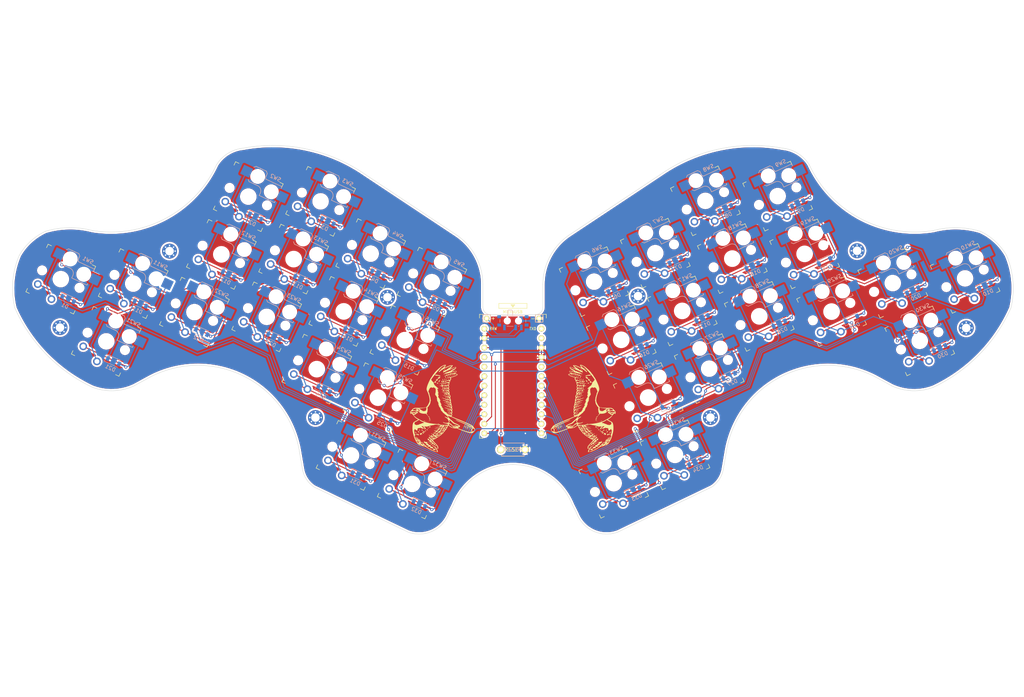
<source format=kicad_pcb>
(kicad_pcb (version 20210824) (generator pcbnew)
  (title_block (title "Osprette") (date "2021-09-21") (rev "1") (comment 1 "By Sam Mohr"))
  (layers (0 "F.Cu" signal) (31 "B.Cu" signal) (34 "B.Paste" user) (35 "F.Paste" user) (36 "B.SilkS" user "B.Silkscreen") (37 "F.SilkS" user "F.Silkscreen") (38 "B.Mask" user) (39 "F.Mask" user) (44 "Edge.Cuts" user))
  (net 0 "")
  (net 1 "col_0")
  (net 2 "Net-(D1-Pad2)")
  (net 3 "Net-(D2-Pad2)")
  (net 4 "Net-(D3-Pad2)")
  (net 5 "col_1")
  (net 6 "Net-(D4-Pad2)")
  (net 7 "Net-(D5-Pad2)")
  (net 8 "Net-(D6-Pad2)")
  (net 9 "col_2")
  (net 10 "Net-(D7-Pad2)")
  (net 11 "Net-(D8-Pad2)")
  (net 12 "Net-(D9-Pad2)")
  (net 13 "col_3")
  (net 14 "Net-(D10-Pad2)")
  (net 15 "Net-(D11-Pad2)")
  (net 16 "Net-(D12-Pad2)")
  (net 17 "Net-(D13-Pad2)")
  (net 18 "col_4")
  (net 19 "Net-(D14-Pad2)")
  (net 20 "Net-(D15-Pad2)")
  (net 21 "Net-(D16-Pad2)")
  (net 22 "Net-(D17-Pad2)")
  (net 23 "col_5")
  (net 24 "Net-(D18-Pad2)")
  (net 25 "Net-(D19-Pad2)")
  (net 26 "Net-(D20-Pad2)")
  (net 27 "Net-(D21-Pad2)")
  (net 28 "col_6")
  (net 29 "Net-(D22-Pad2)")
  (net 30 "Net-(D23-Pad2)")
  (net 31 "Net-(D24-Pad2)")
  (net 32 "Net-(D25-Pad2)")
  (net 33 "col_7")
  (net 34 "Net-(D26-Pad2)")
  (net 35 "Net-(D27-Pad2)")
  (net 36 "Net-(D28-Pad2)")
  (net 37 "col_8")
  (net 38 "Net-(D29-Pad2)")
  (net 39 "Net-(D30-Pad2)")
  (net 40 "Net-(D31-Pad2)")
  (net 41 "col_9")
  (net 42 "Net-(D32-Pad2)")
  (net 43 "Net-(D33-Pad2)")
  (net 44 "Net-(D34-Pad2)")
  (net 45 "row_0")
  (net 46 "row_1")
  (net 47 "row_2")
  (net 48 "row_3")
  (net 49 "reset")
  (net 50 "gnd")
  (net 56 "bat+")
  (net 58 "raw")
  (footprint "kbd:ProMicro_v3.5" (layer "F.Cu") (at 148.738519 114.157976)
    (fp_text reference "U1" hide)
    (fp_text value "ProMicro_r" hide)
  )
  (footprint "keyswitches:Kailh_socket_PG1350_optional" (layer "F.Cu") (at 200.057624 65.586262 25)
    (fp_text reference "SW8" hide)
    (fp_text value "SW_Push")
  )
  (footprint "kbd:M2_HOLE_v3" (layer "F.Cu") (at 201.4 123.4)
    (fp_text reference "Ref**" hide)
    (fp_text value "Val**")
  )
  (footprint "kbd:M2_HOLE_v3" (layer "F.Cu") (at 57.2 79)
    (fp_text reference "Ref**" hide)
    (fp_text value "Val**")
  )
  (footprint "keyswitches:Kailh_socket_PG1350_optional" (layer "F.Cu") (at 170.388867 87.144674 25)
    (fp_text reference "SW6" hide)
    (fp_text value "SW_Push")
  )
  (footprint "kbd:M2_HOLE_v3" (layer "F.Cu") (at 240.5 78.9)
    (fp_text reference "Ref**" hide)
    (fp_text value "Val**")
  )
  (footprint "keyswitches:Kailh_socket_PG1350_optional" (layer "F.Cu") (at 219.329491 64.323291 25)
    (fp_text reference "SW9" hide)
    (fp_text value "SW_Push")
  )
  (footprint "keyswitches:Kailh_socket_PG1350_optional" (layer "F.Cu") (at 269.283918 86.267652 25)
    (fp_text reference "SW10" hide)
    (fp_text value "SW_Push")
  )
  (footprint "keyswitches:Kailh_socket_PG1350_optional" (layer "F.Cu") (at 63.828249 95.271496 -25)
    (fp_text reference "SW22" hide)
    (fp_text value "SW_Push")
  )
  (footprint "kbd:ResetSW" (layer "F.Cu") (at 148.738515 131.932978 180)
    (fp_text reference "SW35" hide)
    (fp_text value "SW_Push")
  )
  (footprint "kbd:M2_HOLE_v3" (layer "F.Cu") (at 182.1 91)
    (fp_text reference "Ref**" hide)
    (fp_text value "Val**")
  )
  (footprint "keyswitches:Kailh_socket_PG1350_optional" (layer "F.Cu") (at 233.698509 95.137756 25)
    (fp_text reference "SW29" hide)
    (fp_text value "SW_Push")
  )
  (footprint "Symbol:osprey" (layer "F.Cu") (at 167.5 121)
    (fp_text reference "G***" hide)
    (fp_text value "LOGO" hide)
  )
  (footprint "keyswitches:Kailh_socket_PG1350_optional" (layer "F.Cu") (at 226.514001 79.730523 25)
    (fp_text reference "SW19" hide)
    (fp_text value "SW_Push")
  )
  (footprint "keyswitches:Kailh_socket_PG1350_optional" (layer "F.Cu") (at 97.469135 65.720004 -25)
    (fp_text reference "SW3" hide)
    (fp_text value "SW_Push")
  )
  (footprint "keyswitches:Kailh_socket_PG1350_optional" (layer "F.Cu") (at 112.768868 118.09288 -25)
    (fp_text reference "SW25" hide)
    (fp_text value "SW_Push")
  )
  (footprint "keyswitches:Kailh_socket_PG1350_optional" (layer "F.Cu") (at 105.584361 133.500115 -25)
    (fp_text reference "SW31" hide)
    (fp_text value "SW_Push")
  )
  (footprint "keyswitches:Kailh_socket_PG1350_optional" (layer "F.Cu") (at 47.514706 87.664367 -25)
    (fp_text reference "SW11" hide)
    (fp_text value "SW_Push")
  )
  (footprint "keyswitches:Kailh_socket_PG1350_optional" (layer "F.Cu") (at 90.284626 81.127235 -25)
    (fp_text reference "SW13" hide)
    (fp_text value "SW_Push")
  )
  (footprint "keyswitches:Kailh_socket_PG1350_optional" (layer "F.Cu") (at 191.942402 133.366367 25)
    (fp_text reference "SW34" hide)
    (fp_text value "SW_Push")
  )
  (footprint "keyswitches:Kailh_socket_PG1350_optional" (layer "F.Cu") (at 184.808538 118.067751 25)
    (fp_text reference "SW26" hide)
    (fp_text value "SW_Push")
  )
  (footprint "keyswitches:Kailh_socket_PG1350_optional" (layer "F.Cu") (at 119.923026 102.750748 -25)
    (fp_text reference "SW15" hide)
    (fp_text value "SW_Push")
  )
  (footprint "keyswitches:Kailh_socket_PG1350_optional" (layer "F.Cu") (at 121.897899 141.107243 -25)
    (fp_text reference "SW32" hide)
    (fp_text value "SW_Push")
  )
  (footprint "keyswitches:Kailh_socket_PG1350_optional" (layer "F.Cu") (at 177.624029 102.660519 25)
    (fp_text reference "SW16" hide)
    (fp_text value "SW_Push")
  )
  (footprint "Symbol:osprey_flipped" (layer "F.Cu") (at 130 121)
    (fp_text reference "G***" hide)
    (fp_text value "LOGO" hide)
  )
  (footprint "keyswitches:Kailh_socket_PG1350_optional" (layer "F.Cu") (at 40.330195 103.071597 -25)
    (fp_text reference "SW21" hide)
    (fp_text value "SW_Push")
  )
  (footprint "keyswitches:Kailh_socket_PG1350_optional" (layer "F.Cu") (at 71.012758 79.864263 -25)
    (fp_text reference "SW12" hide)
    (fp_text value "SW_Push")
  )
  (footprint "keyswitches:Kailh_socket_PG1350_optional" (layer "F.Cu") (at 193.886924 94.944776 25)
    (fp_text reference "SW17" hide)
    (fp_text value "SW_Push")
  )
  (footprint "keyswitches:Kailh_socket_PG1350_optional" (layer "F.Cu") (at 175.607727 140.928185 25)
    (fp_text reference "SW33" hide)
    (fp_text value "SW_Push")
  )
  (footprint "keyswitches:Kailh_socket_PG1350_optional" (layer "F.Cu") (at 96.455326 110.485752 -25)
    (fp_text reference "SW24" hide)
    (fp_text value "SW_Push")
  )
  (footprint "keyswitches:Kailh_socket_PG1350_optional" (layer "F.Cu") (at 257.196563 102.937858 25)
    (fp_text reference "SW30" hide)
    (fp_text value "SW_Push")
  )
  (footprint "kbd:M2_HOLE_v3" (layer "F.Cu") (at 28 99.4)
    (fp_text reference "Ref**" hide)
    (fp_text value "Val**")
  )
  (footprint "kbd:1pin_conn" (layer "F.Cu") (at 155.738517 96.932975)
    (fp_text reference "-")
    (fp_text value "MountingHole_Pad" hide)
  )
  (footprint "keyswitches:Kailh_socket_PG1350_optional" (layer "F.Cu") (at 127.13789 87.278418 -25)
    (fp_text reference "SW5" hide)
    (fp_text value "SW_Push")
  )
  (footprint "keyswitches:Kailh_socket_PG1350_optional" (layer "F.Cu") (at 78.197267 64.45703 -25)
    (fp_text reference "SW2" hide)
    (fp_text value "SW_Push")
  )
  (footprint "keyswitches:Kailh_socket_PG1350_optional" (layer "F.Cu") (at 186.702411 79.537548 25)
    (fp_text reference "SW7" hide)
    (fp_text value "SW_Push")
  )
  (footprint "keyswitches:Kailh_socket_PG1350_optional" (layer "F.Cu") (at 250.012052 87.530626 25)
    (fp_text reference "SW20" hide)
    (fp_text value "SW_Push")
  )
  (footprint "kbd:1pin_conn" (layer "F.Cu") (at 141.738515 96.932977)
    (fp_text reference "+")
    (fp_text value "MountingHole_Pad" hide)
  )
  (footprint "keyswitches:Kailh_socket_PG1350_optional" (layer "F.Cu") (at 103.639838 95.078519 -25)
    (fp_text reference "SW14" hide)
    (fp_text value "SW_Push")
  )
  (footprint "keyswitches:Kailh_socket_PG1350_optional" (layer "F.Cu") (at 207.242137 80.993496 25)
    (fp_text reference "SW18" hide)
    (fp_text value "SW_Push")
  )
  (footprint "keyswitches:Kailh_socket_PG1350_optional" (layer "F.Cu") (at 110.824346 79.671287 -25)
    (fp_text reference "SW4" hide)
    (fp_text value "SW_Push")
  )
  (footprint "kbd:M2_HOLE_v3" (layer "F.Cu") (at 115.3 91.3)
    (fp_text reference "Ref**" hide)
    (fp_text value "Val**")
  )
  (footprint "kbd:M2_HOLE_v3" (layer "F.Cu") (at 269.6 99.5)
    (fp_text reference "Ref**" hide)
    (fp_text value "Val**")
  )
  (footprint "keyswitches:Kailh_socket_PG1350_optional" (layer "F.Cu") (at 28.212486 86.466486 -25)
    (fp_text reference "SW1" hide)
    (fp_text value "SW_Push")
  )
  (footprint "keyswitches:Kailh_socket_PG1350_optional" (layer "F.Cu") (at 214.426642 96.40073 25)
    (fp_text reference "SW28" hide)
    (fp_text value "SW_Push")
  )
  (footprint "keyswitches:Kailh_socket_PG1350_optional" (layer "F.Cu") (at 201.071428 110.352013 25)
    (fp_text reference "SW27" hide)
    (fp_text value "SW_Push")
  )
  (footprint "keyswitches:Kailh_socket_PG1350_optional" (layer "F.Cu") (at 83.100115 96.53447 -25)
    (fp_text reference "SW23" hide)
    (fp_text value "SW_Push")
  )
  (footprint "kbd:M2_HOLE_v3" (layer "F.Cu") (at 96.1 123.4)
    (fp_text reference "Ref**" hide)
    (fp_text value "Val**")
  )
  (footprint "Diode_SMD:D_SOD-123" (layer "B.Cu") (at 49.449466 92.980073 -25)
    (fp_text reference "D11")
    (fp_text value "1N4148")
  )
  (footprint "Diode_SMD:D_SOD-123" (layer "B.Cu") (at 99.403896 71.035711 -25)
    (fp_text reference "D3")
    (fp_text value "1N4148")
  )
  (footprint "Diode_SMD:D_SOD-123" (layer "B.Cu") (at 190.124239 120.00251 25)
    (fp_text reference "D26")
    (fp_text value "1N4148")
  )
  (footprint "Diode_SMD:D_SOD-123" (layer "B.Cu") (at 107.519113 138.815819 -25)
    (fp_text reference "D31")
    (fp_text value "1N4148")
  )
  (footprint "Diode_SMD:D_SOD-123" (layer "B.Cu") (at 85.034874 101.850172 -25)
    (fp_text reference "D23")
    (fp_text value "1N4148")
  )
  (footprint "Diode_SMD:D_SOD-123" (layer "B.Cu") (at 274.599625 88.202404 25)
    (fp_text reference "D10")
    (fp_text value "1N4148")
  )
  (footprint "Diode_SMD:D_SOD-123" (layer "B.Cu") (at 205.373324 67.521023 25)
    (fp_text reference "D8")
    (fp_text value "1N4148")
  )
  (footprint "Diode_SMD:D_SOD-123" (layer "B.Cu") (at 30.147241 91.782194 -25)
    (fp_text reference "D1")
    (fp_text value "1N4148")
  )
  (footprint "Diode_SMD:D_SOD-123" (layer "B.Cu") (at 92.219381 86.442939 -25)
    (fp_text reference "D13")
    (fp_text value "1N4148")
  )
  (footprint "Diode_SMD:D_SOD-123" (layer "B.Cu") (at 199.202628 96.879539 25)
    (fp_text reference "D17")
    (fp_text value "1N4148")
  )
  (footprint "Diode_SMD:D_SOD-123" (layer "B.Cu") (at 72.94752 85.179967 -25)
    (fp_text reference "D12")
    (fp_text value "1N4148")
  )
  (footprint "Diode_SMD:D_SOD-123" (layer "B.Cu") (at 42.264955 108.387302 -25)
    (fp_text reference "D21")
    (fp_text value "1N4148")
  )
  (footprint "Diode_SMD:D_SOD-123" (layer "B.Cu") (at 180.923434 142.862946 25)
    (fp_text reference "D33")
    (fp_text value "1N4148")
  )
  (footprint "Diode_SMD:D_SOD-123" (layer "B.Cu") (at 192.018109 81.472306 25)
    (fp_text reference "D7")
    (fp_text value "1N4148")
  )
  (footprint "Diode_SMD:D_SOD-123" (layer "B.Cu") (at 112.759105 84.986993 -25)
    (fp_text reference "D4")
    (fp_text value "1N4148")
  )
  (footprint "Diode_SMD:D_SOD-123" (layer "B.Cu") (at 129.069593 92.482356 -25)
    (fp_text reference "D5")
    (fp_text value "1N4148")
  )
  (footprint "Diode_SMD:D_SOD-123" (layer "B.Cu") (at 219.742347 98.335484 25)
    (fp_text reference "D28")
    (fp_text value "1N4148")
  )
  (footprint "Diode_SMD:D_SOD-123" (layer "B.Cu") (at 80.132027 69.772734 -25)
    (fp_text reference "D2")
    (fp_text value "1N4148")
  )
  (footprint "Diode_SMD:D_SOD-123" (layer "B.Cu") (at 121.857782 108.066449 -25)
    (fp_text reference "D15")
    (fp_text value "1N4148")
  )
  (footprint "Button_Switch_SMD:SW_SPDT_PCM12" (layer "B.Cu") (at 148.738516 97.932977)
    (fp_text reference "SW36" hide)
    (fp_text value "SW_SPDT")
  )
  (footprint "Diode_SMD:D_SOD-123" (layer "B.Cu") (at 206.38713 112.286769 25)
    (fp_text reference "D27")
    (fp_text value "1N4148")
  )
  (footprint "Diode_SMD:D_SOD-123" (layer "B.Cu") (at 255.327757 89.465385 25)
    (fp_text reference "D20")
    (fp_text value "1N4148")
  )
  (footprint "Diode_SMD:D_SOD-123" (layer "B.Cu") (at 114.703628 123.408585 -25)
    (fp_text reference "D25")
    (fp_text value "1N4148")
  )
  (footprint "Diode_SMD:D_SOD-123" (layer "B.Cu") (at 105.574597 100.394229 -25)
    (fp_text reference "D14")
    (fp_text value "1N4148")
  )
  (footprint "Diode_SMD:D_SOD-123" (layer "B.Cu") (at 197.258104 135.301125 25)
    (fp_text reference "D34")
    (fp_text value "1N4148")
  )
  (footprint "Diode_SMD:D_SOD-123" (layer "B.Cu") (at 239.014214 97.072507 25)
    (fp_text reference "D29")
    (fp_text value "1N4148")
  )
  (footprint "Diode_SMD:D_SOD-123" (layer "B.Cu") (at 224.645189 66.258049 25)
    (fp_text reference "D9")
    (fp_text value "1N4148")
  )
  (footprint "Diode_SMD:D_SOD-123" (layer "B.Cu") (at 98.407123 115.815355 -25)
    (fp_text reference "D24")
    (fp_text value "1N4148")
  )
  (footprint "Diode_SMD:D_SOD-123" (layer "B.Cu") (at 182.939733 104.595278 25)
    (fp_text reference "D16")
    (fp_text value "1N4148")
  )
  (footprint "Diode_SMD:D_SOD-123" (layer "B.Cu") (at 123.832655 146.422948 -25)
    (fp_text reference "D32")
    (fp_text value "1N4148")
  )
  (footprint "Diode_SMD:D_SOD-123" (layer "B.Cu") (at 175.704576 89.079434 25)
    (fp_text reference "D6")
    (fp_text value "1N4148")
  )
  (footprint "Diode_SMD:D_SOD-123" (layer "B.Cu") (at 212.557844 82.928254 25)
    (fp_text reference "D18")
    (fp_text value "1N4148")
  )
  (footprint "Diode_SMD:D_SOD-123" (layer "B.Cu") (at 262.512265 104.872619 25)
    (fp_text reference "D30")
    (fp_text value "1N4148")
  )
  (footprint "Diode_SMD:D_SOD-123" (layer "B.Cu") (at 231.829703 81.665278 25)
    (fp_text reference "D19")
    (fp_text value "1N4148")
  )
  (footprint "Diode_SMD:D_SOD-123" (layer "B.Cu") (at 65.763007 100.587204 -25)
    (fp_text reference "D22")
    (fp_text value "1N4148")
  )
  (gr_line (start 165.738515 148.932977) (end 164.566855 146.594029) (layer "Edge.Cuts") (width 0.1))
  (gr_arc (start 255.738516 101.932978) (end 249.738516 114.932977) (angle -45.81265159) (layer "Edge.Cuts") (width 0.1))
  (gr_arc (start 124.738519 87.932976) (end 140.738516 87.932977) (angle -55.30484647) (layer "Edge.Cuts") (width 0.1))
  (gr_arc (start 99.738517 135.93298) (end 95.738517 141.932976) (angle 48.17983012) (layer "Edge.Cuts") (width 0.1))
  (gr_arc (start 148.685325 153.09255) (end 148.738518 135.932975) (angle 67.56864656) (layer "Edge.Cuts") (width 0.1))
  (gr_arc (start 172.738518 87.93298) (end 156.738517 87.932972) (angle 55.30484647) (layer "Edge.Cuts") (width 0.1))
  (gr_arc (start 64.738518 136.932978) (end 91.738518 131.932976) (angle -106.9829546) (layer "Edge.Cuts") (width 0.1))
  (gr_line (start 163.631156 74.777905) (end 188.140667 58.512073) (layer "Edge.Cuts") (width 0.1))
  (gr_arc (start 84.738517 93.932979) (end 76.799802 51.545813) (angle 45.38589463) (layer "Edge.Cuts") (width 0.1))
  (gr_arc (start 266.738517 87.932979) (end 280.326223 80.109676) (angle -35.29310364) (layer "Edge.Cuts") (width 0.1))
  (gr_arc (start 255.890501 42.86496) (end 260.885788 73.497532) (angle 74.36126234) (layer "Edge.Cuts") (width 0.1))
  (gr_line (start 245.406828 112.570839) (end 249.738516 114.932977) (layer "Edge.Cuts") (width 0.1))
  (gr_arc (start 142.738514 93.932974) (end 142.738516 95.932974) (angle 90) (layer "Edge.Cuts") (width 0.1))
  (gr_arc (start 30.738515 95.932978) (end 24.16812 73.697113) (angle 31.08257424) (layer "Edge.Cuts") (width 0.1))
  (gr_arc (start 37.738516 88.932975) (end 15.960071 94.167844) (angle 36.71431706) (layer "Edge.Cuts") (width 0.1))
  (gr_line (start 204.877143 136.952783) (end 205.738517 131.932975) (layer "Edge.Cuts") (width 0.1))
  (gr_arc (start 173.738517 145.932974) (end 165.738515 148.932977) (angle -90) (layer "Edge.Cuts") (width 0.1))
  (gr_line (start 92.599888 136.952776) (end 91.738518 131.932976) (layer "Edge.Cuts") (width 0.1))
  (gr_arc (start 41.586534 42.864956) (end 36.591238 73.497529) (angle -74.36126234) (layer "Edge.Cuts") (width 0.1))
  (gr_arc (start 148.791707 153.092549) (end 148.738518 135.932975) (angle -67.56864656) (layer "Edge.Cuts") (width 0.1))
  (gr_arc (start 30.738517 87.932976) (end 17.150806 80.109674) (angle 35.29310364) (layer "Edge.Cuts") (width 0.1))
  (gr_line (start 52.070204 112.570835) (end 47.738516 114.932977) (layer "Edge.Cuts") (width 0.1))
  (gr_arc (start 232.738517 136.932975) (end 205.738517 131.932975) (angle 106.9829546) (layer "Edge.Cuts") (width 0.1))
  (gr_line (start 154.738516 95.932977) (end 142.738516 95.932974) (layer "Edge.Cuts") (width 0.1))
  (gr_arc (start 41.738515 101.932979) (end 47.738516 114.932977) (angle 45.81265159) (layer "Edge.Cuts") (width 0.1))
  (gr_arc (start 219.738516 60.932976) (end 227.738514 55.932976) (angle -52.28402365) (layer "Edge.Cuts") (width 0.1))
  (gr_arc (start 77.738515 60.932979) (end 69.738517 55.932978) (angle 52.28402365) (layer "Edge.Cuts") (width 0.1))
  (gr_arc (start 54.738517 76.932976) (end 36.598718 115.296452) (angle 40.73083832) (layer "Edge.Cuts") (width 0.1))
  (gr_arc (start 154.738514 93.932977) (end 154.738516 95.932977) (angle -90) (layer "Edge.Cuts") (width 0.1))
  (gr_line (start 140.738516 93.932976) (end 140.738516 87.932977) (layer "Edge.Cuts") (width 0.1))
  (gr_line (start 133.845876 74.777902) (end 109.336367 58.512068) (layer "Edge.Cuts") (width 0.1))
  (gr_line (start 120.73852 153.932977) (end 95.738517 141.932976) (layer "Edge.Cuts") (width 0.1))
  (gr_arc (start 242.738517 76.932973) (end 260.878316 115.296453) (angle -40.73083832) (layer "Edge.Cuts") (width 0.1))
  (gr_line (start 176.738517 153.932974) (end 201.738516 141.932977) (layer "Edge.Cuts") (width 0.1))
  (gr_arc (start 197.738516 135.932976) (end 201.738516 141.932977) (angle -48.17983012) (layer "Edge.Cuts") (width 0.1))
  (gr_line (start 131.738519 148.932975) (end 132.910174 146.59403) (layer "Edge.Cuts") (width 0.1))
  (gr_line (start 156.738516 93.932978) (end 156.738517 87.932972) (layer "Edge.Cuts") (width 0.1))
  (gr_arc (start 259.738518 88.932976) (end 281.516963 94.167838) (angle -36.71431706) (layer "Edge.Cuts") (width 0.1))
  (gr_arc (start 212.738519 93.932978) (end 220.677234 51.545813) (angle -45.38589463) (layer "Edge.Cuts") (width 0.1))
  (gr_arc (start 266.738519 95.932977) (end 273.308914 73.697113) (angle -31.08257424) (layer "Edge.Cuts") (width 0.1))
  (gr_arc (start 123.738518 145.932974) (end 131.738519 148.932975) (angle 90) (layer "Edge.Cuts") (width 0.1))
  (segment (start 74.208218 102.876156) (end 64.601831 106.372595) (width 0.25) (layer "B.Cu") (net 1))
  (segment (start 28.651834 91.084873) (end 29.266754 92.774358) (width 0.25) (layer "B.Cu") (net 1))
  (segment (start 139.187096 123.24711) (end 132.848284 136.840733) (width 0.25) (layer "B.Cu") (net 1))
  (segment (start 86.415277 115.740355) (end 83.271297 107.102336) (width 0.25) (layer "B.Cu") (net 1))
  (segment (start 132.848284 136.840733) (end 132.18382 137.08258) (width 0.25) (layer "B.Cu") (net 1))
  (segment (start 40.070451 92.726667) (end 46.375966 95.666979) (width 0.25) (layer "B.Cu") (net 1))
  (segment (start 132.18382 137.08258) (end 86.415277 115.740355) (width 0.25) (layer "B.Cu") (net 1))
  (segment (start 141.129916 122.53998) (end 139.187096 123.24711) (width 0.25) (layer "B.Cu") (net 1))
  (segment (start 47.954058 92.282752) (end 46.375966 95.666979) (width 0.25) (layer "B.Cu") (net 1))
  (segment (start 83.271297 107.102336) (end 74.208218 102.876156) (width 0.25) (layer "B.Cu") (net 1))
  (segment (start 33.945351 94.956023) (end 40.070451 92.726667) (width 0.25) (layer "B.Cu") (net 1))
  (segment (start 45.530727 97.479595) (end 46.375966 95.666979) (width 0.25) (layer "B.Cu") (net 1))
  (segment (start 29.266754 92.774358) (end 33.945351 94.956023) (width 0.25) (layer "B.Cu") (net 1))
  (segment (start 40.769547 107.689983) (end 45.530727 97.479595) (width 0.25) (layer "B.Cu") (net 1))
  (segment (start 64.601831 106.372595) (end 45.530727 97.479595) (width 0.25) (layer "B.Cu") (net 1))
  (segment (start 22.074996 87.797368) (end 33.392735 93.07491) (width 0.25) (layer "F.Cu") (net 2))
  (segment (start 33.392735 93.07491) (end 33.457344 93.252423) (width 0.25) (layer "F.Cu") (net 2))
  (via (at 33.457344 93.252423) (size 0.8) (drill 0.4) (layers "F.Cu" "B.Cu") (net 2))
  (segment (start 31.730928 92.447381) (end 31.64265 92.479511) (width 0.25) (layer "B.Cu") (net 2))
  (segment (start 33.457344 93.252423) (end 31.730928 92.447381) (width 0.25) (layer "B.Cu") (net 2))
  (segment (start 33.457344 93.252423) (end 34.326042 92.936241) (width 0.25) (layer "B.Cu") (net 2))
  (segment (start 34.326042 92.936241) (end 37.297 86.565) (width 0.25) (layer "B.Cu") (net 2))
  (segment (start 72.059779 65.787908) (end 83.312425 71.035102) (width 0.25) (layer "F.Cu") (net 3))
  (segment (start 83.312425 71.035102) (end 83.411772 71.308064) (width 0.25) (layer "F.Cu") (net 3))
  (via (at 83.411772 71.308064) (size 0.8) (drill 0.4) (layers "F.Cu" "B.Cu") (net 3))
  (segment (start 84.28047 70.991882) (end 87.281786 64.555541) (width 0.25) (layer "B.Cu") (net 3))
  (segment (start 81.630046 70.477231) (end 81.627434 70.470056) (width 0.25) (layer "B.Cu") (net 3))
  (segment (start 83.411772 71.308064) (end 84.28047 70.991882) (width 0.25) (layer "B.Cu") (net 3))
  (segment (start 83.411772 71.308064) (end 81.630046 70.477231) (width 0.25) (layer "B.Cu") (net 3))
  (segment (start 91.33165 67.050883) (end 102.584291 72.298079) (width 0.25) (layer "F.Cu") (net 4))
  (segment (start 102.584291 72.298079) (end 102.683639 72.571034) (width 0.25) (layer "F.Cu") (net 4))
  (via (at 102.683639 72.571034) (size 0.8) (drill 0.4) (layers "F.Cu" "B.Cu") (net 4))
  (segment (start 103.552338 72.254855) (end 106.553653 65.818515) (width 0.25) (layer "B.Cu") (net 4))
  (segment (start 102.683639 72.571034) (end 100.90191 71.7402) (width 0.25) (layer "B.Cu") (net 4))
  (segment (start 102.683639 72.571034) (end 103.552338 72.254855) (width 0.25) (layer "B.Cu") (net 4))
  (segment (start 100.90191 71.7402) (end 100.899301 71.733032) (width 0.25) (layer "B.Cu") (net 4))
  (segment (start 78.636621 69.075414) (end 71.452109 84.482647) (width 0.25) (layer "B.Cu") (net 5))
  (segment (start 65.366209 102.908287) (end 68.297285 104.275071) (width 0.25) (layer "B.Cu") (net 5))
  (segment (start 68.297285 104.275071) (end 73.966374 102.211693) (width 0.25) (layer "B.Cu") (net 5))
  (segment (start 139.949169 120.429734) (end 141.129916 119.999978) (width 0.25) (layer "B.Cu") (net 5))
  (segment (start 132.606439 136.176269) (end 139.949169 120.429734) (width 0.25) (layer "B.Cu") (net 5))
  (segment (start 87.079738 115.498513) (end 131.941974 136.418117) (width 0.25) (layer "B.Cu") (net 5))
  (segment (start 73.966374 102.211693) (end 83.935755 106.860494) (width 0.25) (layer "B.Cu") (net 5))
  (segment (start 83.935755 106.860494) (end 87.079738 115.498513) (width 0.25) (layer "B.Cu") (net 5))
  (segment (start 71.452109 84.482647) (end 64.267601 99.889882) (width 0.25) (layer "B.Cu") (net 5))
  (segment (start 131.941974 136.418117) (end 132.606439 136.176269) (width 0.25) (layer "B.Cu") (net 5))
  (segment (start 64.267601 99.889882) (end 65.366209 102.908287) (width 0.25) (layer "B.Cu") (net 5))
  (segment (start 104.686858 81.002168) (end 115.939503 86.249362) (width 0.25) (layer "F.Cu") (net 6))
  (segment (start 115.939503 86.249362) (end 116.038851 86.52232) (width 0.25) (layer "F.Cu") (net 6))
  (via (at 116.038851 86.52232) (size 0.8) (drill 0.4) (layers "F.Cu" "B.Cu") (net 6))
  (segment (start 116.038851 86.52232) (end 114.257124 85.691483) (width 0.25) (layer "B.Cu") (net 6))
  (segment (start 114.257124 85.691483) (end 114.254512 85.684317) (width 0.25) (layer "B.Cu") (net 6))
  (segment (start 116.907549 86.206141) (end 119.90886 79.7698) (width 0.25) (layer "B.Cu") (net 6))
  (segment (start 116.038851 86.52232) (end 116.907549 86.206141) (width 0.25) (layer "B.Cu") (net 6))
  (segment (start 121.0004 88.609296) (end 132.253041 93.856491) (width 0.25) (layer "F.Cu") (net 7))
  (segment (start 132.253041 93.856491) (end 132.352393 94.129445) (width 0.25) (layer "F.Cu") (net 7))
  (via (at 132.352393 94.129445) (size 0.8) (drill 0.4) (layers "F.Cu" "B.Cu") (net 7))
  (segment (start 133.22109 93.813268) (end 136.222402 87.376927) (width 0.25) (layer "B.Cu") (net 7))
  (segment (start 132.352393 94.129445) (end 133.22109 93.813268) (width 0.25) (layer "B.Cu") (net 7))
  (segment (start 132.352393 94.129445) (end 130.615978 93.319745) (width 0.25) (layer "B.Cu") (net 7))
  (segment (start 130.615978 93.319745) (end 130.565001 93.179679) (width 0.25) (layer "B.Cu") (net 7))
  (segment (start 178.714814 87.455063) (end 178.96067 87.544549) (width 0.25) (layer "F.Cu") (net 8))
  (segment (start 167.463278 92.701735) (end 178.714814 87.455063) (width 0.25) (layer "F.Cu") (net 8))
  (via (at 178.96067 87.544549) (size 0.8) (drill 0.4) (layers "F.Cu" "B.Cu") (net 8))
  (segment (start 178.96067 87.544549) (end 179.287302 86.647118) (width 0.25) (layer "B.Cu") (net 8))
  (segment (start 177.207235 88.362185) (end 177.199986 88.382112) (width 0.25) (layer "B.Cu") (net 8))
  (segment (start 179.287302 86.647118) (end 176.30375 80.248855) (width 0.25) (layer "B.Cu") (net 8))
  (segment (start 178.96067 87.544549) (end 177.207235 88.362185) (width 0.25) (layer "B.Cu") (net 8))
  (segment (start 131.700131 135.753651) (end 87.744201 115.256668) (width 0.25) (layer "B.Cu") (net 9))
  (segment (start 90.723976 85.745621) (end 97.908484 70.338386) (width 0.25) (layer "B.Cu") (net 9))
  (segment (start 90.723977 85.745625) (end 90.723976 85.745621) (width 0.25) (layer "B.Cu") (net 9))
  (segment (start 83.539468 101.152853) (end 90.723977 85.745625) (width 0.25) (layer "B.Cu") (net 9))
  (segment (start 132.364592 135.511809) (end 131.700131 135.753651) (width 0.25) (layer "B.Cu") (net 9))
  (segment (start 141.129917 117.459977) (end 140.711243 117.612363) (width 0.25) (layer "B.Cu") (net 9))
  (segment (start 83.017921 102.271313) (end 83.539468 101.152853) (width 0.25) (layer "B.Cu") (net 9))
  (segment (start 87.744201 115.256668) (end 83.017921 102.271313) (width 0.25) (layer "B.Cu") (net 9))
  (segment (start 140.711243 117.612363) (end 132.364592 135.511809) (width 0.25) (layer "B.Cu") (net 9))
  (segment (start 183.776821 85.094608) (end 195.028354 79.847931) (width 0.25) (layer "F.Cu") (net 10))
  (segment (start 195.028354 79.847931) (end 195.274209 79.937415) (width 0.25) (layer "F.Cu") (net 10))
  (via (at 195.274209 79.937415) (size 0.8) (drill 0.4) (layers "F.Cu" "B.Cu") (net 10))
  (segment (start 193.520773 80.755057) (end 193.51352 80.774986) (width 0.25) (layer "B.Cu") (net 10))
  (segment (start 195.274209 79.937415) (end 193.520773 80.755057) (width 0.25) (layer "B.Cu") (net 10))
  (segment (start 195.274209 79.937415) (end 195.600846 79.039984) (width 0.25) (layer "B.Cu") (net 10))
  (segment (start 195.600846 79.039984) (end 192.617288 72.641726) (width 0.25) (layer "B.Cu") (net 10))
  (segment (start 197.132036 71.143324) (end 208.383562 65.896651) (width 0.25) (layer "F.Cu") (net 11))
  (segment (start 208.383562 65.896651) (end 208.629418 65.986132) (width 0.25) (layer "F.Cu") (net 11))
  (via (at 208.629418 65.986132) (size 0.8) (drill 0.4) (layers "F.Cu" "B.Cu") (net 11))
  (segment (start 208.956058 65.088703) (end 205.972501 58.690443) (width 0.25) (layer "B.Cu") (net 11))
  (segment (start 208.629418 65.986132) (end 206.875988 66.803774) (width 0.25) (layer "B.Cu") (net 11))
  (segment (start 208.629418 65.986132) (end 208.956058 65.088703) (width 0.25) (layer "B.Cu") (net 11))
  (segment (start 206.875988 66.803774) (end 206.868733 66.823702) (width 0.25) (layer "B.Cu") (net 11))
  (segment (start 216.403902 69.880349) (end 227.65543 64.633677) (width 0.25) (layer "F.Cu") (net 12))
  (segment (start 227.65543 64.633677) (end 227.90129 64.723161) (width 0.25) (layer "F.Cu") (net 12))
  (via (at 227.90129 64.723161) (size 0.8) (drill 0.4) (layers "F.Cu" "B.Cu") (net 12))
  (segment (start 227.90129 64.723161) (end 228.227927 63.825729) (width 0.25) (layer "B.Cu") (net 12))
  (segment (start 227.90129 64.723161) (end 226.147853 65.5408) (width 0.25) (layer "B.Cu") (net 12))
  (segment (start 226.147853 65.5408) (end 226.140601 65.560726) (width 0.25) (layer "B.Cu") (net 12))
  (segment (start 228.227927 63.825729) (end 225.244367 57.427467) (width 0.25) (layer "B.Cu") (net 12))
  (segment (start 104.641334 121.61228) (end 101.310726 128.754796) (width 0.25) (layer "F.Cu") (net 13))
  (segment (start 101.310726 128.754796) (end 103.003639 133.406039) (width 0.25) (layer "F.Cu") (net 13))
  (via (at 104.641334 121.61228) (size 0.8) (drill 0.4) (layers "F.Cu" "B.Cu") (net 13))
  (via (at 103.003639 133.406039) (size 0.8) (drill 0.4) (layers "F.Cu" "B.Cu") (net 13))
  (segment (start 139.24619 117.204877) (end 139.729876 118.533805) (width 0.25) (layer "B.Cu") (net 13))
  (segment (start 141.129917 114.919974) (end 140.654331 115.939871) (width 0.25) (layer "B.Cu") (net 13))
  (segment (start 104.452096 137.385642) (end 106.023704 138.118492) (width 0.25) (layer "B.Cu") (net 13))
  (segment (start 104.089499 99.725226) (end 104.07919 99.696903) (width 0.25) (layer "B.Cu") (net 13))
  (segment (start 105.067416 122.782927) (end 104.641334 121.61228) (width 0.25) (layer "B.Cu") (net 13))
  (segment (start 132.122747 134.847345) (end 131.458285 135.089186) (width 0.25) (layer "B.Cu") (net 13))
  (segment (start 96.911714 115.118035) (end 104.089499 99.725226) (width 0.25) (layer "B.Cu") (net 13))
  (segment (start 98.178547 118.598633) (end 104.641334 121.61228) (width 0.25) (layer "B.Cu") (net 13))
  (segment (start 131.458285 135.089186) (end 105.067416 122.782927) (width 0.25) (layer "B.Cu") (net 13))
  (segment (start 139.729876 118.533805) (end 132.122747 134.847345) (width 0.25) (layer "B.Cu") (net 13))
  (segment (start 96.911714 115.118035) (end 98.178547 118.598633) (width 0.25) (layer "B.Cu") (net 13))
  (segment (start 139.668804 116.298573) (end 139.24619 117.204877) (width 0.25) (layer "B.Cu") (net 13))
  (segment (start 103.003639 133.406039) (end 104.452096 137.385642) (width 0.25) (layer "B.Cu") (net 13))
  (segment (start 140.654331 115.939871) (end 139.668804 116.298573) (width 0.25) (layer "B.Cu") (net 13))
  (segment (start 104.07919 99.696903) (end 111.263695 84.289674) (width 0.25) (layer "B.Cu") (net 13))
  (segment (start 277.60986 86.578039) (end 277.855717 86.667519) (width 0.25) (layer "F.Cu") (net 14))
  (segment (start 266.358329 91.82471) (end 277.60986 86.578039) (width 0.25) (layer "F.Cu") (net 14))
  (via (at 277.855717 86.667519) (size 0.8) (drill 0.4) (layers "F.Cu" "B.Cu") (net 14))
  (segment (start 277.855717 86.667519) (end 276.102283 87.485159) (width 0.25) (layer "B.Cu") (net 14))
  (segment (start 276.102283 87.485159) (end 276.09503 87.505087) (width 0.25) (layer "B.Cu") (net 14))
  (segment (start 277.855717 86.667519) (end 278.182358 85.77009) (width 0.25) (layer "B.Cu") (net 14))
  (segment (start 278.182358 85.77009) (end 275.198798 79.371827) (width 0.25) (layer "B.Cu") (net 14))
  (segment (start 41.377218 88.995243) (end 52.629861 94.242438) (width 0.25) (layer "F.Cu") (net 15))
  (segment (start 52.629861 94.242438) (end 52.729213 94.515394) (width 0.25) (layer "F.Cu") (net 15))
  (via (at 52.729213 94.515394) (size 0.8) (drill 0.4) (layers "F.Cu" "B.Cu") (net 15))
  (segment (start 52.729213 94.515394) (end 50.947487 93.684566) (width 0.25) (layer "B.Cu") (net 15))
  (segment (start 53.597909 94.199219) (end 56.599224 87.762879) (width 0.25) (layer "B.Cu") (net 15))
  (segment (start 52.729213 94.515394) (end 53.597909 94.199219) (width 0.25) (layer "B.Cu") (net 15))
  (segment (start 50.947487 93.684566) (end 50.944875 93.677397) (width 0.25) (layer "B.Cu") (net 15))
  (segment (start 76.127914 86.442331) (end 76.227261 86.715292) (width 0.25) (layer "F.Cu") (net 16))
  (segment (start 64.87527 81.195142) (end 76.127914 86.442331) (width 0.25) (layer "F.Cu") (net 16))
  (via (at 76.227261 86.715292) (size 0.8) (drill 0.4) (layers "F.Cu" "B.Cu") (net 16))
  (segment (start 77.095963 86.399113) (end 80.097273 79.962777) (width 0.25) (layer "B.Cu") (net 16))
  (segment (start 76.227261 86.715292) (end 74.445539 85.884464) (width 0.25) (layer "B.Cu") (net 16))
  (segment (start 76.227261 86.715292) (end 77.095963 86.399113) (width 0.25) (layer "B.Cu") (net 16))
  (segment (start 74.445539 85.884464) (end 74.442927 85.877284) (width 0.25) (layer "B.Cu") (net 16))
  (segment (start 95.399781 87.705313) (end 95.499132 87.978268) (width 0.25) (layer "F.Cu") (net 17))
  (segment (start 84.147139 82.458119) (end 95.399781 87.705313) (width 0.25) (layer "F.Cu") (net 17))
  (via (at 95.499132 87.978268) (size 0.8) (drill 0.4) (layers "F.Cu" "B.Cu") (net 17))
  (segment (start 95.499132 87.978268) (end 96.367826 87.662086) (width 0.25) (layer "B.Cu") (net 17))
  (segment (start 96.367826 87.662086) (end 99.369142 81.225748) (width 0.25) (layer "B.Cu") (net 17))
  (segment (start 95.499132 87.978268) (end 93.717402 87.147437) (width 0.25) (layer "B.Cu") (net 17))
  (segment (start 93.717402 87.147437) (end 93.714787 87.140258) (width 0.25) (layer "B.Cu") (net 17))
  (segment (start 120.162416 139.200548) (end 118.894561 141.919477) (width 0.25) (layer "F.Cu") (net 18))
  (segment (start 115.567366 126.575752) (end 120.162416 139.200548) (width 0.25) (layer "F.Cu") (net 18))
  (via (at 115.567366 126.575752) (size 0.8) (drill 0.4) (layers "F.Cu" "B.Cu") (net 18))
  (via (at 118.894561 141.919477) (size 0.8) (drill 0.4) (layers "F.Cu" "B.Cu") (net 18))
  (segment (start 131.880908 134.182882) (end 131.21644 134.424725) (width 0.25) (layer "B.Cu") (net 18))
  (segment (start 138.493834 116.452108) (end 139.219367 118.445501) (width 0.25) (layer "B.Cu") (net 18))
  (segment (start 139.819045 113.610188) (end 138.493834 116.452108) (width 0.25) (layer "B.Cu") (net 18))
  (segment (start 139.219367 118.445501) (end 131.880908 134.182882) (width 0.25) (layer "B.Cu") (net 18))
  (segment (start 116.443137 125.880755) (end 115.083674 125.246828) (width 0.25) (layer "B.Cu") (net 18))
  (segment (start 140.706961 113.287009) (end 139.819045 113.610188) (width 0.25) (layer "B.Cu") (net 18))
  (segment (start 119.859328 144.570152) (end 122.337251 145.725628) (width 0.25) (layer "B.Cu") (net 18))
  (segment (start 131.21644 134.424725) (end 117.168673 127.874144) (width 0.25) (layer "B.Cu") (net 18))
  (segment (start 117.168673 127.874144) (end 116.443137 125.880755) (width 0.25) (layer "B.Cu") (net 18))
  (segment (start 113.208223 122.711266) (end 113.208219 122.711267) (width 0.25) (layer "B.Cu") (net 18))
  (segment (start 127.574184 91.785039) (end 120.338189 107.302681) (width 0.25) (layer "B.Cu") (net 18))
  (segment (start 118.894561 141.919477) (end 119.859328 144.570152) (width 0.25) (layer "B.Cu") (net 18))
  (segment (start 141.129917 112.379978) (end 140.706961 113.287009) (width 0.25) (layer "B.Cu") (net 18))
  (segment (start 114.35553 123.246268) (end 115.083674 125.246828) (width 0.25) (layer "B.Cu") (net 18))
  (segment (start 113.208219 122.711267) (end 114.35553 123.246268) (width 0.25) (layer "B.Cu") (net 18))
  (segment (start 115.083674 125.246828) (end 115.567366 126.575752) (width 0.25) (layer "B.Cu") (net 18))
  (segment (start 120.362373 107.369129) (end 113.208223 122.711266) (width 0.25) (layer "B.Cu") (net 18))
  (segment (start 120.338189 107.302681) (end 120.362373 107.369129) (width 0.25) (layer "B.Cu") (net 18))
  (segment (start 108.754993 101.656592) (end 108.854339 101.929551) (width 0.25) (layer "F.Cu") (net 19))
  (segment (start 97.502348 96.409399) (end 108.754993 101.656592) (width 0.25) (layer "F.Cu") (net 19))
  (via (at 108.854339 101.929551) (size 0.8) (drill 0.4) (layers "F.Cu" "B.Cu") (net 19))
  (segment (start 107.072618 101.098721) (end 107.070005 101.091542) (width 0.25) (layer "B.Cu") (net 19))
  (segment (start 108.854339 101.929551) (end 107.072618 101.098721) (width 0.25) (layer "B.Cu") (net 19))
  (segment (start 109.72304 101.613371) (end 112.724351 95.17703) (width 0.25) (layer "B.Cu") (net 19))
  (segment (start 108.854339 101.929551) (end 109.72304 101.613371) (width 0.25) (layer "B.Cu") (net 19))
  (segment (start 113.785537 104.081621) (end 125.103273 109.359173) (width 0.25) (layer "F.Cu") (net 20))
  (segment (start 125.103273 109.359173) (end 125.167882 109.536678) (width 0.25) (layer "F.Cu") (net 20))
  (via (at 125.167882 109.536678) (size 0.8) (drill 0.4) (layers "F.Cu" "B.Cu") (net 20))
  (segment (start 125.167882 109.536678) (end 123.441468 108.731638) (width 0.25) (layer "B.Cu") (net 20))
  (segment (start 126.036582 109.2205) (end 129.007538 102.849256) (width 0.25) (layer "B.Cu") (net 20))
  (segment (start 125.167882 109.536678) (end 126.036582 109.2205) (width 0.25) (layer "B.Cu") (net 20))
  (segment (start 123.441468 108.731638) (end 123.353191 108.763771) (width 0.25) (layer "B.Cu") (net 20))
  (segment (start 186.058581 102.920256) (end 186.145181 102.95178) (width 0.25) (layer "F.Cu") (net 21))
  (segment (start 174.698437 108.217582) (end 186.058581 102.920256) (width 0.25) (layer "F.Cu") (net 21))
  (via (at 186.145181 102.95178) (size 0.8) (drill 0.4) (layers "F.Cu" "B.Cu") (net 21))
  (segment (start 186.145181 102.95178) (end 186.471815 102.05435) (width 0.25) (layer "B.Cu") (net 21))
  (segment (start 186.471815 102.05435) (end 183.538902 95.764702) (width 0.25) (layer "B.Cu") (net 21))
  (segment (start 186.145181 102.95178) (end 184.500362 103.71877) (width 0.25) (layer "B.Cu") (net 21))
  (segment (start 184.500362 103.71877) (end 184.435143 103.897956) (width 0.25) (layer "B.Cu") (net 21))
  (segment (start 190.961334 100.501844) (end 202.212863 95.255166) (width 0.25) (layer "F.Cu") (net 22))
  (segment (start 202.212863 95.255166) (end 202.458718 95.344649) (width 0.25) (layer "F.Cu") (net 22))
  (via (at 202.458718 95.344649) (size 0.8) (drill 0.4) (layers "F.Cu" "B.Cu") (net 22))
  (segment (start 202.458718 95.344649) (end 202.785357 94.447216) (width 0.25) (layer "B.Cu") (net 22))
  (segment (start 200.705287 96.162289) (end 200.698036 96.182217) (width 0.25) (layer "B.Cu") (net 22))
  (segment (start 202.785357 94.447216) (end 199.801801 88.048958) (width 0.25) (layer "B.Cu") (net 22))
  (segment (start 202.458718 95.344649) (end 200.705287 96.162289) (width 0.25) (layer "B.Cu") (net 22))
  (segment (start 181.244213 126.751541) (end 181.361491 126.429312) (width 0.25) (layer "F.Cu") (net 23))
  (segment (start 185.438962 122.462611) (end 189.296492 120.663816) (width 0.25) (layer "F.Cu") (net 23))
  (segment (start 189.426078 120.603386) (end 190.188933 120.881044) (width 0.25) (layer "F.Cu") (net 23))
  (segment (start 189.296492 120.663816) (end 189.426078 120.603386) (width 0.25) (layer "F.Cu") (net 23))
  (segment (start 185.353693 123.733348) (end 185.141823 123.278989) (width 0.25) (layer "F.Cu") (net 23))
  (segment (start 187.795354 140.800513) (end 181.244213 126.751541) (width 0.25) (layer "F.Cu") (net 23))
  (segment (start 185.141823 123.278989) (end 185.438962 122.462611) (width 0.25) (layer "F.Cu") (net 23))
  (via (at 181.361491 126.429312) (size 0.8) (drill 0.4) (layers "F.Cu" "B.Cu") (net 23))
  (via (at 190.188933 120.881044) (size 0.8) (drill 0.4) (layers "F.Cu" "B.Cu") (net 23))
  (via (at 187.795354 140.800513) (size 0.8) (drill 0.4) (layers "F.Cu" "B.Cu") (net 23))
  (via (at 185.353693 123.733348) (size 0.8) (drill 0.4) (layers "F.Cu" "B.Cu") (net 23))
  (segment (start 158.32202 114.270864) (end 157.838329 115.599787) (width 0.25) (layer "B.Cu") (net 23))
  (segment (start 166.757895 134.282568) (end 182.165131 127.098055) (width 0.25) (layer "B.Cu") (net 23))
  (segment (start 166.507808 134.191541) (end 166.757895 134.282568) (width 0.25) (layer "B.Cu") (net 23))
  (segment (start 188.628832 120.699831) (end 181.444325 105.292605) (width 0.25) (layer "B.Cu") (net 23))
  (segment (start 182.165131 127.098055) (end 184.530492 125.995072) (width 0.25) (layer "B.Cu") (net 23))
  (segment (start 174.209167 89.776752) (end 181.444326 105.292599) (width 0.25) (layer "B.Cu") (net 23))
  (segment (start 187.795354 140.800513) (end 180.803467 144.060888) (width 0.25) (layer "B.Cu") (net 23))
  (segment (start 181.444325 105.292605) (end 181.444326 105.292599) (width 0.25) (layer "B.Cu") (net 23))
  (segment (start 181.361491 126.429312) (end 181.953819 126.644901) (width 0.25) (layer "B.Cu") (net 23))
  (segment (start 166.502004 134.179099) (end 166.507808 134.191541) (width 0.25) (layer "B.Cu") (net 23))
  (segment (start 181.953819 126.644901) (end 182.165131 127.098055) (width 0.25) (layer "B.Cu") (net 23))
  (segment (start 180.803467 144.060888) (end 179.428025 143.560263) (width 0.25) (layer "B.Cu") (net 23))
  (segment (start 166.807091 134.259628) (end 166.502004 134.179099) (width 0.25) (layer "B.Cu") (net 23))
  (segment (start 157.838329 115.599787) (end 166.502004 134.179099) (width 0.25) (layer "B.Cu") (net 23))
  (segment (start 156.349917 112.379977) (end 157.663173 112.857962) (width 0.25) (layer "B.Cu") (net 23))
  (segment (start 166.757895 134.282568) (end 166.807091 134.259628) (width 0.25) (layer "B.Cu") (net 23))
  (segment (start 189.723288 121.098176) (end 188.628832 120.699831) (width 0.25) (layer "B.Cu") (net 23))
  (segment (start 157.663173 112.857962) (end 158.32202 114.270864) (width 0.25) (layer "B.Cu") (net 23))
  (segment (start 184.530492 125.995072) (end 185.353693 123.733348) (width 0.25) (layer "B.Cu") (net 23))
  (segment (start 190.188933 120.881044) (end 189.723288 121.098176) (width 0.25) (layer "B.Cu") (net 23))
  (segment (start 215.568074 81.303885) (end 215.813933 81.393368) (width 0.25) (layer "F.Cu") (net 24))
  (segment (start 204.316548 86.550553) (end 215.568074 81.303885) (width 0.25) (layer "F.Cu") (net 24))
  (via (at 215.813933 81.393368) (size 0.8) (drill 0.4) (layers "F.Cu" "B.Cu") (net 24))
  (segment (start 215.813933 81.393368) (end 216.140569 80.495929) (width 0.25) (layer "B.Cu") (net 24))
  (segment (start 214.060503 82.211004) (end 214.053249 82.230933) (width 0.25) (layer "B.Cu") (net 24))
  (segment (start 216.140569 80.495929) (end 213.157016 74.097672) (width 0.25) (layer "B.Cu") (net 24))
  (segment (start 215.813933 81.393368) (end 214.060503 82.211004) (width 0.25) (layer "B.Cu") (net 24))
  (segment (start 233.933635 80.463525) (end 234.179492 80.553012) (width 0.25) (layer "F.Cu") (net 25))
  (segment (start 223.588409 85.287581) (end 233.933635 80.463525) (width 0.25) (layer "F.Cu") (net 25))
  (via (at 234.179492 80.553012) (size 0.8) (drill 0.4) (layers "F.Cu" "B.Cu") (net 25))
  (segment (start 234.179492 80.553012) (end 233.332366 80.948031) (width 0.25) (layer "B.Cu") (net 25))
  (segment (start 233.332366 80.948031) (end 233.32511 80.967958) (width 0.25) (layer "B.Cu") (net 25))
  (segment (start 234.179492 80.553012) (end 234.98982 78.326652) (width 0.25) (layer "B.Cu") (net 25))
  (segment (start 234.98982 78.326652) (end 232.428875 72.834699) (width 0.25) (layer "B.Cu") (net 25))
  (segment (start 247.086463 93.087683) (end 258.337994 87.841009) (width 0.25) (layer "F.Cu") (net 26))
  (segment (start 258.337994 87.841009) (end 258.583851 87.930497) (width 0.25) (layer "F.Cu") (net 26))
  (via (at 258.583851 87.930497) (size 0.8) (drill 0.4) (layers "F.Cu" "B.Cu") (net 26))
  (segment (start 258.910487 87.033065) (end 255.926929 80.634805) (width 0.25) (layer "B.Cu") (net 26))
  (segment (start 258.583851 87.930497) (end 258.910487 87.033065) (width 0.25) (layer "B.Cu") (net 26))
  (segment (start 256.830414 88.748137) (end 256.823162 88.768058) (width 0.25) (layer "B.Cu") (net 26))
  (segment (start 258.583851 87.930497) (end 256.830414 88.748137) (width 0.25) (layer "B.Cu") (net 26))
  (segment (start 34.192709 104.402475) (end 45.445353 109.64967) (width 0.25) (layer "F.Cu") (net 27))
  (segment (start 45.445353 109.64967) (end 45.544702 109.922631) (width 0.25) (layer "F.Cu") (net 27))
  (via (at 45.544702 109.922631) (size 0.8) (drill 0.4) (layers "F.Cu" "B.Cu") (net 27))
  (segment (start 45.544702 109.922631) (end 46.413397 109.606447) (width 0.25) (layer "B.Cu") (net 27))
  (segment (start 46.413397 109.606447) (end 49.414711 103.170109) (width 0.25) (layer "B.Cu") (net 27))
  (segment (start 43.762974 109.091796) (end 43.760362 109.084623) (width 0.25) (layer "B.Cu") (net 27))
  (segment (start 45.544702 109.922631) (end 43.762974 109.091796) (width 0.25) (layer "B.Cu") (net 27))
  (segment (start 205.816198 113.131724) (end 206.104183 113.23654) (width 0.25) (layer "F.Cu") (net 28))
  (segment (start 200.319202 115.695016) (end 205.816198 113.131724) (width 0.25) (layer "F.Cu") (net 28))
  (segment (start 200.319202 115.695016) (end 200.096462 116.306989) (width 0.25) (layer "F.Cu") (net 28))
  (segment (start 189.913651 122.864298) (end 195.137425 134.066718) (width 0.25) (layer "F.Cu") (net 28))
  (via (at 189.913651 122.864298) (size 0.8) (drill 0.4) (layers "F.Cu" "B.Cu") (net 28))
  (via (at 206.104183 113.23654) (size 0.8) (drill 0.4) (layers "F.Cu" "B.Cu") (net 28))
  (via (at 200.096462 116.306989) (size 0.8) (drill 0.4) (layers "F.Cu" "B.Cu") (net 28))
  (via (at 195.137425 134.066718) (size 0.8) (drill 0.4) (layers "F.Cu" "B.Cu") (net 28))
  (segment (start 157.096319 115.191645) (end 166.260159 134.843562) (width 0.25) (layer "B.Cu") (net 28))
  (segment (start 156.349917 114.919975) (end 157.096319 115.191645) (width 0.25) (layer "B.Cu") (net 28))
  (segment (start 197.707222 97.576856) (end 204.891726 112.984081) (width 0.25) (layer "B.Cu") (net 28))
  (segment (start 190.522704 82.169624) (end 197.707212 97.576854) (width 0.25) (layer "B.Cu") (net 28))
  (segment (start 205.876731 113.342603) (end 204.891722 112.984089) (width 0.25) (layer "B.Cu") (net 28))
  (segment (start 197.707212 97.576854) (end 197.707222 97.576856) (width 0.25) (layer "B.Cu") (net 28))
  (segment (start 189.424185 124.209095) (end 189.913651 122.864298) (width 0.25) (layer "B.Cu") (net 28))
  (segment (start 200.096462 116.306989) (end 199.303456 118.485759) (width 0.25) (layer "B.Cu") (net 28))
  (segment (start 199.303456 118.485759) (end 189.913651 122.864298) (width 0.25) (layer "B.Cu") (net 28))
  (segment (start 206.104183 113.23654) (end 205.876731 113.342605) (width 0.25) (layer "B.Cu") (net 28))
  (segment (start 195.883473 135.666625) (end 195.762696 135.998448) (width 0.25) (layer "B.Cu") (net 28))
  (segment (start 166.260159 134.843562) (end 166.461409 134.916812) (width 0.25) (layer "B.Cu") (net 28))
  (segment (start 166.461409 134.916812) (end 189.424185 124.209095) (width 0.25) (layer "B.Cu") (net 28))
  (segment (start 195.137425 134.066718) (end 195.883473 135.666625) (width 0.25) (layer "B.Cu") (net 28))
  (segment (start 206.104183 113.23654) (end 205.876731 113.342603) (width 0.25) (layer "B.Cu") (net 28))
  (segment (start 68.037092 101.42695) (end 68.136443 101.699906) (width 0.25) (layer "F.Cu") (net 29))
  (segment (start 57.690761 96.602375) (end 68.037092 101.42695) (width 0.25) (layer "F.Cu") (net 29))
  (via (at 68.136443 101.699906) (size 0.8) (drill 0.4) (layers "F.Cu" "B.Cu") (net 29))
  (segment (start 67.261026 101.291695) (end 67.258414 101.28452) (width 0.25) (layer "B.Cu") (net 29))
  (segment (start 68.136443 101.699906) (end 70.334068 100.900038) (width 0.25) (layer "B.Cu") (net 29))
  (segment (start 70.334068 100.900038) (end 72.912765 95.370005) (width 0.25) (layer "B.Cu") (net 29))
  (segment (start 68.136443 101.699906) (end 67.261026 101.291695) (width 0.25) (layer "B.Cu") (net 29))
  (segment (start 76.96263 97.86535) (end 88.215268 103.112541) (width 0.25) (layer "F.Cu") (net 30))
  (segment (start 88.215268 103.112541) (end 88.31462 103.385497) (width 0.25) (layer "F.Cu") (net 30))
  (via (at 88.31462 103.385497) (size 0.8) (drill 0.4) (layers "F.Cu" "B.Cu") (net 30))
  (segment (start 88.31462 103.385497) (end 89.183317 103.069319) (width 0.25) (layer "B.Cu") (net 30))
  (segment (start 89.183317 103.069319) (end 92.184633 96.632981) (width 0.25) (layer "B.Cu") (net 30))
  (segment (start 86.532893 102.554669) (end 86.530285 102.54749) (width 0.25) (layer "B.Cu") (net 30))
  (segment (start 88.31462 103.385497) (end 86.532893 102.554669) (width 0.25) (layer "B.Cu") (net 30))
  (segment (start 90.31784 111.816635) (end 101.570484 117.063829) (width 0.25) (layer "F.Cu") (net 31))
  (segment (start 101.570484 117.063829) (end 101.669831 117.336782) (width 0.25) (layer "F.Cu") (net 31))
  (via (at 101.669831 117.336782) (size 0.8) (drill 0.4) (layers "F.Cu" "B.Cu") (net 31))
  (segment (start 102.538528 117.020603) (end 105.539845 110.584265) (width 0.25) (layer "B.Cu") (net 31))
  (segment (start 101.669831 117.336782) (end 102.538528 117.020603) (width 0.25) (layer "B.Cu") (net 31))
  (segment (start 101.669831 117.336782) (end 99.90253 116.512675) (width 0.25) (layer "B.Cu") (net 31))
  (segment (start 106.631378 119.423757) (end 117.884022 124.670955) (width 0.25) (layer "F.Cu") (net 32))
  (segment (start 117.884022 124.670955) (end 117.983369 124.94391) (width 0.25) (layer "F.Cu") (net 32))
  (via (at 117.983369 124.94391) (size 0.8) (drill 0.4) (layers "F.Cu" "B.Cu") (net 32))
  (segment (start 117.983369 124.94391) (end 118.852067 124.627731) (width 0.25) (layer "B.Cu") (net 32))
  (segment (start 118.852067 124.627731) (end 121.853382 118.191394) (width 0.25) (layer "B.Cu") (net 32))
  (segment (start 117.983369 124.94391) (end 116.201647 124.113081) (width 0.25) (layer "B.Cu") (net 32))
  (segment (start 116.201647 124.113081) (end 116.199039 124.105906) (width 0.25) (layer "B.Cu") (net 32))
  (segment (start 211.062434 83.625572) (end 218.246943 99.0328) (width 0.25) (layer "B.Cu") (net 33))
  (segment (start 219.656648 102.055941) (end 218.246938 99.032806) (width 0.25) (layer "B.Cu") (net 33))
  (segment (start 218.246943 99.0328) (end 218.246938 99.032806) (width 0.25) (layer "B.Cu") (net 33))
  (segment (start 214.424694 105.32351) (end 219.29374 103.053041) (width 0.25) (layer "B.Cu") (net 33))
  (segment (start 211.062425 83.625569) (end 211.062434 83.625572) (width 0.25) (layer "B.Cu") (net 33))
  (segment (start 211.038866 114.625995) (end 214.424694 105.32351) (width 0.25) (layer "B.Cu") (net 33))
  (segment (start 157.858386 118.009015) (end 165.903598 135.262024) (width 0.25) (layer "B.Cu") (net 33))
  (segment (start 219.29374 103.053041) (end 219.656648 102.055941) (width 0.25) (layer "B.Cu") (net 33))
  (segment (start 156.349915 117.459975) (end 157.858386 118.009015) (width 0.25) (layer "B.Cu") (net 33))
  (segment (start 165.903598 135.262024) (end 166.398485 135.442146) (width 0.25) (layer "B.Cu") (net 33))
  (segment (start 203.877917 68.218342) (end 211.062425 83.625569) (width 0.25) (layer "B.Cu") (net 33))
  (segment (start 166.398485 135.442146) (end 211.038866 114.625995) (width 0.25) (layer "B.Cu") (net 33))
  (segment (start 193.243092 118.327493) (end 193.329689 118.359011) (width 0.25) (layer "F.Cu") (net 34))
  (segment (start 181.882947 123.624814) (end 193.243092 118.327493) (width 0.25) (layer "F.Cu") (net 34))
  (via (at 193.329689 118.359011) (size 0.8) (drill 0.4) (layers "F.Cu" "B.Cu") (net 34))
  (segment (start 191.684867 119.126005) (end 191.619651 119.30519) (width 0.25) (layer "B.Cu") (net 34))
  (segment (start 193.329689 118.359011) (end 191.684867 119.126005) (width 0.25) (layer "B.Cu") (net 34))
  (segment (start 193.656325 117.46158) (end 190.723417 111.171936) (width 0.25) (layer "B.Cu") (net 34))
  (segment (start 193.329689 118.359011) (end 193.656325 117.46158) (width 0.25) (layer "B.Cu") (net 34))
  (segment (start 198.145837 115.909074) (end 208.491067 111.085016) (width 0.25) (layer "F.Cu") (net 35))
  (segment (start 208.491067 111.085016) (end 208.736923 111.174499) (width 0.25) (layer "F.Cu") (net 35))
  (via (at 208.736923 111.174499) (size 0.8) (drill 0.4) (layers "F.Cu" "B.Cu") (net 35))
  (segment (start 208.736923 111.174499) (end 209.547248 108.94815) (width 0.25) (layer "B.Cu") (net 35))
  (segment (start 207.889791 111.569522) (end 207.882539 111.589451) (width 0.25) (layer "B.Cu") (net 35))
  (segment (start 209.547248 108.94815) (end 206.986305 103.456197) (width 0.25) (layer "B.Cu") (net 35))
  (segment (start 208.736923 111.174499) (end 207.889791 111.569522) (width 0.25) (layer "B.Cu") (net 35))
  (segment (start 222.752587 96.711114) (end 222.998446 96.800597) (width 0.25) (layer "F.Cu") (net 36))
  (segment (start 211.501053 101.957789) (end 222.752587 96.711114) (width 0.25) (layer "F.Cu") (net 36))
  (via (at 222.998446 96.800597) (size 0.8) (drill 0.4) (layers "F.Cu" "B.Cu") (net 36))
  (segment (start 221.245009 97.618235) (end 221.237755 97.638165) (width 0.25) (layer "B.Cu") (net 36))
  (segment (start 222.998446 96.800597) (end 223.325078 95.903172) (width 0.25) (layer "B.Cu") (net 36))
  (segment (start 222.998446 96.800597) (end 221.245009 97.618235) (width 0.25) (layer "B.Cu") (net 36))
  (segment (start 223.325078 95.903172) (end 220.341522 89.504908) (width 0.25) (layer "B.Cu") (net 36))
  (segment (start 239.864837 99.933686) (end 239.019601 98.121072) (width 0.25) (layer "F.Cu") (net 37))
  (via (at 239.864837 99.933686) (size 0.8) (drill 0.4) (layers "F.Cu" "B.Cu") (net 37))
  (via (at 239.019601 98.121072) (size 0.8) (drill 0.4) (layers "F.Cu" "B.Cu") (net 37))
  (segment (start 232.301787 104.599534) (end 223.730848 101.479972) (width 0.25) (layer "B.Cu") (net 37))
  (segment (start 223.730848 101.479972) (end 214.783419 105.652225) (width 0.25) (layer "B.Cu") (net 37))
  (segment (start 238.522938 101.698564) (end 232.301787 104.599534) (width 0.25) (layer "B.Cu") (net 37))
  (segment (start 223.149785 66.955367) (end 230.334293 82.362595) (width 0.25) (layer "B.Cu") (net 37))
  (segment (start 230.334295 82.362599) (end 237.518807 97.769827) (width 0.25) (layer "B.Cu") (net 37))
  (segment (start 211.397595 114.95471) (end 166.41971 135.928244) (width 0.25) (layer "B.Cu") (net 37))
  (segment (start 239.365468 101.305684) (end 239.864837 99.933686) (width 0.25) (layer "B.Cu") (net 37))
  (segment (start 214.783419 105.652225) (end 211.397595 114.95471) (width 0.25) (layer "B.Cu") (net 37))
  (segment (start 238.784736 98.230588) (end 237.518806 97.76983) (width 0.25) (layer "B.Cu") (net 37))
  (segment (start 166.41971 135.928244) (end 165.507801 135.596331) (width 0.25) (layer "B.Cu") (net 37))
  (segment (start 165.507801 135.596331) (end 158.620464 120.826386) (width 0.25) (layer "B.Cu") (net 37))
  (segment (start 230.334293 82.362595) (end 230.334295 82.362599) (width 0.25) (layer "B.Cu") (net 37))
  (segment (start 239.019601 98.121072) (end 238.784736 98.230588) (width 0.25) (layer "B.Cu") (net 37))
  (segment (start 238.522938 101.698564) (end 239.365468 101.305684) (width 0.25) (layer "B.Cu") (net 37))
  (segment (start 158.620464 120.826386) (end 156.349917 119.999976) (width 0.25) (layer "B.Cu") (net 37))
  (segment (start 230.772919 100.694814) (end 242.024453 95.448141) (width 0.25) (layer "F.Cu") (net 38))
  (segment (start 242.024453 95.448141) (end 242.270311 95.537623) (width 0.25) (layer "F.Cu") (net 38))
  (via (at 242.270311 95.537623) (size 0.8) (drill 0.4) (layers "F.Cu" "B.Cu") (net 38))
  (segment (start 242.270311 95.537623) (end 242.596943 94.640197) (width 0.25) (layer "B.Cu") (net 38))
  (segment (start 240.516876 96.355266) (end 240.509621 96.375188) (width 0.25) (layer "B.Cu") (net 38))
  (segment (start 242.270311 95.537623) (end 240.516876 96.355266) (width 0.25) (layer "B.Cu") (net 38))
  (segment (start 242.596943 94.640197) (end 239.613387 88.241936) (width 0.25) (layer "B.Cu") (net 38))
  (segment (start 254.270972 108.494919) (end 265.522502 103.248245) (width 0.25) (layer "F.Cu") (net 39))
  (segment (start 265.522502 103.248245) (end 265.768358 103.33773) (width 0.25) (layer "F.Cu") (net 39))
  (via (at 265.768358 103.33773) (size 0.8) (drill 0.4) (layers "F.Cu" "B.Cu") (net 39))
  (segment (start 266.094997 102.440302) (end 263.11144 96.042037) (width 0.25) (layer "B.Cu") (net 39))
  (segment (start 265.768358 103.33773) (end 264.014931 104.155367) (width 0.25) (layer "B.Cu") (net 39))
  (segment (start 265.768358 103.33773) (end 266.094997 102.440302) (width 0.25) (layer "B.Cu") (net 39))
  (segment (start 264.014931 104.155367) (end 264.007673 104.175295) (width 0.25) (layer "B.Cu") (net 39))
  (segment (start 110.699512 140.078185) (end 110.798862 140.351144) (width 0.25) (layer "F.Cu") (net 40))
  (segment (start 99.446867 134.830992) (end 110.699512 140.078185) (width 0.25) (layer "F.Cu") (net 40))
  (via (at 110.798862 140.351144) (size 0.8) (drill 0.4) (layers "F.Cu" "B.Cu") (net 40))
  (segment (start 110.798862 140.351144) (end 111.667556 140.034965) (width 0.25) (layer "B.Cu") (net 40))
  (segment (start 111.667556 140.034965) (end 114.668872 133.598627) (width 0.25) (layer "B.Cu") (net 40))
  (segment (start 110.798862 140.351144) (end 109.017136 139.520311) (width 0.25) (layer "B.Cu") (net 40))
  (segment (start 109.017136 139.520311) (end 109.014522 139.513141) (width 0.25) (layer "B.Cu") (net 40))
  (segment (start 251.239339 102.940764) (end 256.224033 100.616363) (width 0.25) (layer "F.Cu") (net 41))
  (via (at 251.239339 102.940764) (size 0.8) (drill 0.4) (layers "F.Cu" "B.Cu") (net 41))
  (via (at 256.224033 100.616363) (size 0.8) (drill 0.4) (layers "F.Cu" "B.Cu") (net 41))
  (segment (start 253.832347 90.162707) (end 255.19965 93.094888) (width 0.25) (layer "B.Cu") (net 41))
  (segment (start 255.19965 93.094888) (end 258.369029 99.891645) (width 0.25) (layer "B.Cu") (net 41))
  (segment (start 269.123651 95.152864) (end 258.82488 91.404416) (width 0.25) (layer "B.Cu") (net 41))
  (segment (start 215.142146 105.980939) (end 223.752073 101.96606) (width 0.25) (layer "B.Cu") (net 41))
  (segment (start 232.390089 105.110047) (end 246.891017 98.348153) (width 0.25) (layer "B.Cu") (net 41))
  (segment (start 273.104213 88.899723) (end 274.259951 91.378208) (width 0.25) (layer "B.Cu") (net 41))
  (segment (start 258.82488 91.404416) (end 255.19965 93.094888) (width 0.25) (layer "B.Cu") (net 41))
  (segment (start 159.382536 123.643761) (end 165.112003 135.930644) (width 0.25) (layer "B.Cu") (net 41))
  (segment (start 249.548867 99.315533) (end 251.239339 102.940764) (width 0.25) (layer "B.Cu") (net 41))
  (segment (start 165.112003 135.930644) (end 165.776468 136.17249) (width 0.25) (layer "B.Cu") (net 41))
  (segment (start 211.303168 115.494728) (end 211.756321 115.28342) (width 0.25) (layer "B.Cu") (net 41))
  (segment (start 223.752073 101.96606) (end 232.390089 105.110047) (width 0.25) (layer "B.Cu") (net 41))
  (segment (start 156.349918 122.539978) (end 158.718073 123.401917) (width 0.25) (layer "B.Cu") (net 41))
  (segment (start 258.369029 99.891645) (end 261.01686 105.569936) (width 0.25) (layer "B.Cu") (net 41))
  (segment (start 165.776468 136.17249) (end 166.440929 136.414337) (width 0.25) (layer "B.Cu") (net 41))
  (segment (start 256.224033 100.616363) (end 258.037201 99.77087) (width 0.25) (layer "B.Cu") (net 41))
  (segment (start 246.891017 98.348153) (end 249.548867 99.315533) (width 0.25) (layer "B.Cu") (net 41))
  (segment (start 273.65519 93.039772) (end 269.123651 95.152864) (width 0.25) (layer "B.Cu") (net 41))
  (segment (start 211.756321 115.28342) (end 215.142146 105.980939) (width 0.25) (layer "B.Cu") (net 41))
  (segment (start 166.440929 136.414337) (end 211.303168 115.494728) (width 0.25) (layer "B.Cu") (net 41))
  (segment (start 158.718073 123.401917) (end 159.382536 123.643761) (width 0.25) (layer "B.Cu") (net 41))
  (segment (start 274.259951 91.378208) (end 273.65519 93.039772) (width 0.25) (layer "B.Cu") (net 41))
  (segment (start 261.01686 105.569936) (end 261.016858 105.569937) (width 0.25) (layer "B.Cu") (net 41))
  (segment (start 258.037201 99.77087) (end 258.369029 99.891645) (width 0.25) (layer "B.Cu") (net 41))
  (segment (start 127.013052 147.685313) (end 127.1124 147.958272) (width 0.25) (layer "F.Cu") (net 42))
  (segment (start 115.76041 142.438118) (end 127.013052 147.685313) (width 0.25) (layer "F.Cu") (net 42))
  (via (at 127.1124 147.958272) (size 0.8) (drill 0.4) (layers "F.Cu" "B.Cu") (net 42))
  (segment (start 127.1124 147.958272) (end 125.330675 147.12744) (width 0.25) (layer "B.Cu") (net 42))
  (segment (start 125.330675 147.12744) (end 125.328065 147.120268) (width 0.25) (layer "B.Cu") (net 42))
  (segment (start 127.1124 147.958272) (end 127.981097 147.642091) (width 0.25) (layer "B.Cu") (net 42))
  (segment (start 127.981097 147.642091) (end 130.982413 141.205751) (width 0.25) (layer "B.Cu") (net 42))
  (segment (start 172.682139 146.485247) (end 183.888356 141.2597) (width 0.25) (layer "F.Cu") (net 43))
  (segment (start 183.888356 141.2597) (end 184.200659 141.373375) (width 0.25) (layer "F.Cu") (net 43))
  (via (at 184.200659 141.373375) (size 0.8) (drill 0.4) (layers "F.Cu" "B.Cu") (net 43))
  (segment (start 184.200659 141.373375) (end 184.527296 140.475943) (width 0.25) (layer "B.Cu") (net 43))
  (segment (start 184.200659 141.373375) (end 182.465357 142.182556) (width 0.25) (layer "B.Cu") (net 43))
  (segment (start 182.465357 142.182556) (end 182.418842 142.165629) (width 0.25) (layer "B.Cu") (net 43))
  (segment (start 184.527296 140.475943) (end 181.522607 134.032365) (width 0.25) (layer "B.Cu") (net 43))
  (segment (start 200.268344 133.676757) (end 200.5142 133.766242) (width 0.25) (layer "F.Cu") (net 44))
  (segment (start 189.016816 138.923429) (end 200.268344 133.676757) (width 0.25) (layer "F.Cu") (net 44))
  (via (at 200.5142 133.766242) (size 0.8) (drill 0.4) (layers "F.Cu" "B.Cu") (net 44))
  (segment (start 200.5142 133.766242) (end 200.840838 132.868805) (width 0.25) (layer "B.Cu") (net 44))
  (segment (start 200.5142 133.766242) (end 198.760765 134.583881) (width 0.25) (layer "B.Cu") (net 44))
  (segment (start 200.840838 132.868805) (end 197.857284 126.470546) (width 0.25) (layer "B.Cu") (net 44))
  (segment (start 198.760765 134.583881) (end 198.753517 134.603812) (width 0.25) (layer "B.Cu") (net 44))
  (segment (start 75.703819 69.804245) (end 85.673207 74.453046) (width 0.25) (layer "F.Cu") (net 45))
  (segment (start 221.82294 69.670503) (end 216.398407 72.200007) (width 0.25) (layer "F.Cu") (net 45))
  (segment (start 53.459368 83.714819) (end 59.46827 86.516812) (width 0.25) (layer "F.Cu") (net 45))
  (segment (start 242.484058 87.714305) (end 237.832819 86.021392) (width 0.25) (layer "F.Cu") (net 45))
  (segment (start 216.398407 72.200007) (end 207.095925 68.814179) (width 0.25) (layer "F.Cu") (net 45))
  (segment (start 141.129917 125.07998) (end 143.068823 123.141072) (width 0.25) (layer "F.Cu") (net 45))
  (segment (start 108.330901 85.018506) (end 103.360636 82.700831) (width 0.25) (layer "F.Cu") (net 45))
  (segment (start 103.360636 82.700831) (end 99.974808 73.398348) (width 0.25) (layer "F.Cu") (net 45))
  (segment (start 199.178556 80.229754) (end 199.172351 80.216437) (width 0.25) (layer "F.Cu") (net 45))
  (segment (start 249.281367 84.544669) (end 242.484058 87.714305) (width 0.25) (layer "F.Cu") (net 45))
  (segment (start 67.184335 71.292356) (end 73.761426 68.898492) (width 0.25) (layer "F.Cu") (net 45))
  (segment (start 38.589835 84.611962) (end 34.058294 82.498871) (width 0.25) (layer "F.Cu") (net 45))
  (segment (start 207.095925 68.814179) (end 202.551073 70.933477) (width 0.25) (layer "F.Cu") (net 45))
  (segment (start 59.46827 86.516812) (end 60.211136 86.246436) (width 0.25) (layer "F.Cu") (net 45))
  (segment (start 251.216127 79.228966) (end 249.281367 84.544669) (width 0.25) (layer "F.Cu") (net 45))
  (segment (start 230.225689 69.70785) (end 225.461485 67.973826) (width 0.25) (layer "F.Cu") (net 45))
  (segment (start 53.459368 83.714819) (end 50.007846 84.971071) (width 0.25) (layer "F.Cu") (net 45))
  (segment (start 85.673207 74.453046) (end 94.97569 71.067222) (width 0.25) (layer "F.Cu") (net 45))
  (segment (start 253.935048 77.961109) (end 251.216127 79.228966) (width 0.25) (layer "F.Cu") (net 45))
  (segment (start 189.195857 84.884764) (end 172.882316 92.49189) (width 0.25) (layer "F.Cu") (net 45))
  (segment (start 108.330901 85.018506) (end 124.644441 92.62563) (width 0.25) (layer "F.Cu") (net 45))
  (segment (start 60.211136 86.246436) (end 67.184335 71.292356) (width 0.25) (layer "F.Cu") (net 45))
  (segment (start 237.832819 86.021392) (end 230.225689 69.70785) (width 0.25) (layer "F.Cu") (net 45))
  (segment (start 199.172351 80.216437) (end 202.551073 70.933477) (width 0.25) (layer "F.Cu") (net 45))
  (segment (start 225.461485 67.973826) (end 221.82294 69.670503) (width 0.25) (layer "F.Cu") (net 45))
  (segment (start 143.068823 123.141072) (end 143.068822 106.622299) (width 0.25) (layer "F.Cu") (net 45))
  (segment (start 189.195857 84.884764) (end 199.178556 80.229754) (width 0.25) (layer "F.Cu") (net 45))
  (segment (start 30.735977 83.708097) (end 28.470212 82.651551) (width 0.25) (layer "F.Cu") (net 45))
  (segment (start 44.57 82.435359) (end 38.589835 84.611962) (width 0.25) (layer "F.Cu") (net 45))
  (segment (start 73.761426 68.898492) (end 75.703819 69.804245) (width 0.25) (layer "F.Cu") (net 45))
  (segment (start 50.007846 84.971071) (end 44.57 82.435359) (width 0.25) (layer "F.Cu") (net 45))
  (segment (start 130.164278 95.199578) (end 130.231713 95.17503) (width 0.25) (layer "F.Cu") (net 45))
  (segment (start 99.974808 73.398348) (end 94.97569 71.067222) (width 0.25) (layer "F.Cu") (net 45))
  (segment (start 124.644442 92.625635) (end 130.164278 95.199578) (width 0.25) (layer "F.Cu") (net 45))
  (segment (start 34.058294 82.498871) (end 30.735977 83.708097) (width 0.25) (layer "F.Cu") (net 45))
  (via (at 253.935048 77.961109) (size 0.8) (drill 0.4) (layers "F.Cu" "B.Cu") (net 45))
  (via (at 130.231713 95.17503) (size 0.8) (drill 0.4) (layers "F.Cu" "B.Cu") (net 45))
  (via (at 143.068822 106.622299) (size 0.8) (drill 0.4) (layers "F.Cu" "B.Cu") (net 45))
  (via (at 28.470212 82.651551) (size 0.8) (drill 0.4) (layers "F.Cu" "B.Cu") (net 45))
  (segment (start 106.746815 80.666273) (end 110.370768 72.894684) (width 0.25) (layer "B.Cu") (net 45))
  (segment (start 170.045388 102.735585) (end 158.716543 108.018318) (width 0.25) (layer "B.Cu") (net 45))
  (segment (start 158.716543 108.018318) (end 158.052078 107.776471) (width 0.25) (layer "B.Cu") (net 45))
  (segment (start 260.12129 83.975153) (end 260.03492 83.943718) (width 0.25) (layer "B.Cu") (net 45))
  (segment (start 172.882316 92.49189) (end 168.530085 90.90781) (width 0.25) (layer "B.Cu") (net 45))
  (segment (start 202.551073 70.933477) (end 198.198838 69.349397) (width 0.25) (layer "B.Cu") (net 45))
  (segment (start 257.643183 78.814622) (end 254.532604 77.682464) (width 0.25) (layer "B.Cu") (net 45))
  (segment (start 139.568821 107.824138) (end 138.931967 108.460989) (width 0.25) (layer "B.Cu") (net 45))
  (segment (start 168.530085 90.90781) (end 164.906129 83.136219) (width 0.25) (layer "B.Cu") (net 45))
  (segment (start 93.391605 66.714986) (end 97.015556 58.943395) (width 0.25) (layer "B.Cu") (net 45))
  (segment (start 140.227264 105.963856) (end 142.410379 105.963856) (width 0.25) (layer "B.Cu") (net 45))
  (segment (start 75.703819 69.804245) (end 74.119739 65.452015) (width 0.25) (layer "B.Cu") (net 45))
  (segment (start 157.206843 105.963857) (end 143.727264 105.963857) (width 0.25) (layer "B.Cu") (net 45))
  (segment (start 164.906129 83.136219) (end 164.73366 83.216642) (width 0.25) (layer "B.Cu") (net 45))
  (segment (start 164.73366 83.216642) (end 163.072188 87.781512) (width 0.25) (layer "B.Cu") (net 45))
  (segment (start 123.060357 88.273398) (end 126.684309 80.50181) (width 0.25) (layer "B.Cu") (net 45))
  (segment (start 27.552982 80.131488) (end 27.758906 79.689881) (width 0.25) (layer "B.Cu") (net 45))
  (segment (start 24.134957 87.461471) (end 27.758906 79.689881) (width 0.25) (layer "B.Cu") (net 45))
  (segment (start 124.644441 92.62563) (end 123.060357 88.273398) (width 0.25) (layer "B.Cu") (net 45))
  (segment (start 140.227264 105.963856) (end 139.568823 106.622301) (width 0.25) (layer "B.Cu") (net 45))
  (segment (start 158.052078 107.776471) (end 157.206843 105.963857) (width 0.25) (layer "B.Cu") (net 45))
  (segment (start 143.727264 105.963857) (end 143.068822 106.622299) (width 0.25) (layer "B.Cu") (net 45))
  (segment (start 138.087147 108.768483) (end 130.506533 105.233581) (width 0.25) (layer "B.Cu") (net 45))
  (segment (start 198.198838 69.349397) (end 194.574887 61.577806) (width 0.25) (layer "B.Cu") (net 45))
  (segment (start 28.470212 82.651551) (end 27.552982 80.131488) (width 0.25) (layer "B.Cu") (net 45))
  (segment (start 94.97569 71.067222) (end 93.391605 66.714986) (width 0.25) (layer "B.Cu") (net 45))
  (segment (start 132.197004 101.608353) (end 128.118619 99.706568) (width 0.25) (layer "B.Cu") (net 45))
  (segment (start 254.532604 77.682464) (end 253.935048 77.961109) (width 0.25) (layer "B.Cu") (net 45))
  (segment (start 221.82294 69.670503) (end 217.470706 68.08642) (width 0.25) (layer "B.Cu") (net 45))
  (segment (start 260.03492 83.943718) (end 257.643183 78.814622) (width 0.25) (layer "B.Cu") (net 45))
  (segment (start 25.719038 91.813704) (end 24.134957 87.461471) (width 0.25) (layer "B.Cu") (net 45))
  (segment (start 138.931967 108.460989) (end 138.087147 108.768483) (width 0.25) (layer "B.Cu") (net 45))
  (segment (start 139.568823 106.622301) (end 139.568821 107.824138) (width 0.25) (layer "B.Cu") (net 45))
  (segment (start 128.118619 99.706568) (end 130.231713 95.17503) (width 0.25) (layer "B.Cu") (net 45))
  (segment (start 108.330901 85.018506) (end 106.746815 80.666273) (width 0.25) (layer "B.Cu") (net 45))
  (segment (start 189.195857 84.884764) (end 184.843625 83.300679) (width 0.25) (layer "B.Cu") (net 45))
  (segment (start 267.425132 90.030783) (end 263.801185 82.259194) (width 0.25) (layer "B.Cu") (net 45))
  (segment (start 184.843625 83.300679) (end 181.219673 75.529091) (width 0.25) (layer "B.Cu") (net 45))
  (segment (start 74.119739 65.452015) (end 77.743688 57.680423) (width 0.25) (layer "B.Cu") (net 45))
  (segment (start 163.072188 87.781512) (end 170.045388 102.735585) (width 0.25) (layer "B.Cu") (net 45))
  (segment (start 271.777366 91.614864) (end 267.425132 90.030783) (width 0.25) (layer "B.Cu") (net 45))
  (segment (start 142.410379 105.963856) (end 143.068822 106.622299) (width 0.25) (layer "B.Cu") (net 45))
  (segment (start 217.470706 68.08642) (end 213.846755 60.314833) (width 0.25) (layer "B.Cu") (net 45))
  (segment (start 130.506533 105.233581) (end 132.197004 101.608353) (width 0.25) (layer "B.Cu") (net 45))
  (segment (start 263.801185 82.259194) (end 260.12129 83.975153) (width 0.25) (layer "B.Cu") (net 45))
  (segment (start 180.175442 107.848483) (end 180.117473 108.007736) (width 0.25) (layer "F.Cu") (net 46))
  (segment (start 196.380373 100.291996) (end 206.349755 95.643193) (width 0.25) (layer "F.Cu") (net 46))
  (segment (start 215.35852 83.718692) (end 209.735587 86.340708) (width 0.25) (layer "F.Cu") (net 46))
  (segment (start 50.068919 87.206304) (end 49.585232 85.877381) (width 0.25) (layer "F.Cu") (net 46))
  (segment (start 233.212112 83.21086) (end 233.099149 83.169747) (width 0.25) (layer "F.Cu") (net 46))
  (segment (start 67.789571 86.776412) (end 57.31938 90.58725) (width 0.25) (layer "F.Cu") (net 46))
  (segment (start 144.06882 126.122297) (end 144.068821 109.122298) (width 0.25) (layer "F.Cu") (net 46))
  (segment (start 78.488696 89.86028) (end 87.791176 86.474452) (width 0.25) (layer "F.Cu") (net 46))
  (segment (start 206.349755 95.643193) (end 209.735587 86.340708) (width 0.25) (layer "F.Cu") (net 46))
  (segment (start 141.129917 127.619975) (end 142.571144 127.619979) (width 0.25) (layer "F.Cu") (net 46))
  (segment (start 49.585232 85.877381) (end 46.866304 84.609526) (width 0.25) (layer "F.Cu") (net 46))
  (segment (start 101.146392 100.425736) (end 95.722972 97.896754) (width 0.25) (layer "F.Cu") (net 46))
  (segment (start 224.661003 87.104517) (end 215.35852 83.718692) (width 0.25) (layer "F.Cu") (net 46))
  (segment (start 233.099149 83.169747) (end 229.007446 85.07774) (width 0.25) (layer "F.Cu") (net 46))
  (segment (start 68.519311 85.211482) (end 78.488696 89.86028) (width 0.25) (layer "F.Cu") (net 46))
  (segment (start 120.959768 99.678473) (end 121.866073 100.101095) (width 0.25) (layer "F.Cu") (net 46))
  (segment (start 101.146392 100.425736) (end 117.39484 108.002514) (width 0.25) (layer "F.Cu") (net 46))
  (segment (start 196.380373 100.291996) (end 180.175442 107.848483) (width 0.25) (layer "F.Cu") (net 46))
  (segment (start 95.722972 97.896754) (end 92.337145 88.594273) (width 0.25) (layer "F.Cu") (net 46))
  (segment (start 229.007446 85.07774) (end 224.661003 87.104517) (width 0.25) (layer "F.Cu") (net 46))
  (segment (start 142.571144 127.619979) (end 144.06882 126.122297) (width 0.25) (layer "F.Cu") (net 46))
  (segment (start 121.866073 100.101095) (end 126.517315 98.408178) (width 0.25) (layer "F.Cu") (net 46))
  (segment (start 92.337145 88.594273) (end 87.791176 86.474452) (width 0.25) (layer "F.Cu") (net 46))
  (segment (start 50.522073 87.417608) (end 50.068919 87.206304) (width 0.25) (layer "F.Cu") (net 46))
  (segment (start 57.31938 90.58725) (end 50.522073 87.417608) (width 0.25) (layer "F.Cu") (net 46))
  (segment (start 117.39484 108.002514) (end 117.429578 108.097961) (width 0.25) (layer "F.Cu") (net 46))
  (segment (start 68.519311 85.211482) (end 67.789571 86.776412) (width 0.25) (layer "F.Cu") (net 46))
  (via (at 120.959768 99.678473) (size 0.8) (drill 0.4) (layers "F.Cu" "B.Cu") (net 46))
  (via (at 46.866304 84.609526) (size 0.8) (drill 0.4) (layers "F.Cu" "B.Cu") (net 46))
  (via (at 126.517315 98.408178) (size 0.8) (drill 0.4) (layers "F.Cu" "B.Cu") (net 46))
  (via (at 144.068821 109.122298) (size 0.8) (drill 0.4) (layers "F.Cu" "B.Cu") (net 46))
  (via (at 233.212112 83.21086) (size 0.8) (drill 0.4) (layers "F.Cu" "B.Cu") (net 46))
  (segment (start 126.517315 98.408178) (end 127.001004 99.737101) (width 0.25) (layer "B.Cu") (net 46))
  (segment (start 252.505502 92.877843) (end 248.15327 91.293757) (width 0.25) (layer "B.Cu") (net 46))
  (segment (start 209.735587 86.340708) (end 205.383353 84.756627) (width 0.25) (layer "B.Cu") (net 46))
  (segment (start 119.469447 95.974142) (end 120.788676 99.598693) (width 0.25) (layer "B.Cu") (net 46))
  (segment (start 175.765245 106.423656) (end 180.117473 108.007736) (width 0.25) (layer "B.Cu") (net 46))
  (segment (start 143.999979 108.553455) (end 157.258291 108.553457) (width 0.25) (layer "B.Cu") (net 46))
  (segment (start 157.568389 109.105398) (end 158.232851 109.347244) (width 0.25) (layer "B.Cu") (net 46))
  (segment (start 115.845495 103.74573) (end 119.469445 95.974134) (width 0.25) (layer "B.Cu") (net 46))
  (segment (start 43.437177 88.659347) (end 47.061126 80.887762) (width 0.25) (layer "B.Cu") (net 46))
  (segment (start 46.190922 82.75392) (end 47.061126 80.887762) (width 0.25) (layer "B.Cu") (net 46))
  (segment (start 192.028142 98.707911) (end 188.404186 90.936321) (width 0.25) (layer "B.Cu") (net 46))
  (segment (start 139.99223 108.55346) (end 143.999979 108.553455) (width 0.25) (layer "B.Cu") (net 46))
  (segment (start 99.562308 96.073503) (end 103.186257 88.301918) (width 0.25) (layer "B.Cu") (net 46))
  (segment (start 86.207094 82.12222) (end 89.831047 74.35063) (width 0.25) (layer "B.Cu") (net 46))
  (segment (start 46.866304 84.609526) (end 46.190922 82.75392) (width 0.25) (layer "B.Cu") (net 46))
  (segment (start 87.791176 86.474452) (end 86.207094 82.12222) (width 0.25) (layer "B.Cu") (net 46))
  (segment (start 196.380373 100.291996) (end 192.028142 98.707911) (width 0.25) (layer "B.Cu") (net 46))
  (segment (start 45.021259 93.011581) (end 43.437177 88.659347) (width 0.25) (layer "B.Cu") (net 46))
  (segment (start 129.842067 105.47543) (end 137.998839 109.278992) (width 0.25) (layer "B.Cu") (net 46))
  (segment (start 248.15327 91.293757) (end 244.529314 83.52217) (width 0.25) (layer "B.Cu") (net 46))
  (segment (start 66.935227 80.859247) (end 70.559176 73.087656) (width 0.25) (layer "B.Cu") (net 46))
  (segment (start 137.998839 109.278992) (end 139.99223 108.55346) (width 0.25) (layer "B.Cu") (net 46))
  (segment (start 172.141293 98.652064) (end 175.765245 106.423656) (width 0.25) (layer "B.Cu") (net 46))
  (segment (start 131.532542 101.850198) (end 129.842067 105.47543) (width 0.25) (layer "B.Cu") (net 46))
  (segment (start 127.001004 99.737101) (end 131.532542 101.850198) (width 0.25) (layer "B.Cu") (net 46))
  (segment (start 244.529314 83.52217) (end 239.943118 85.660746) (width 0.25) (layer "B.Cu") (net 46))
  (segment (start 205.383353 84.756627) (end 201.759399 76.985039) (width 0.25) (layer "B.Cu") (net 46))
  (segment (start 229.007446 85.07774) (end 224.655214 83.493655) (width 0.25) (layer "B.Cu") (net 46))
  (segment (start 170.295936 103.722135) (end 172.141293 98.652064) (width 0.25) (layer "B.Cu") (net 46))
  (segment (start 101.146392 100.425736) (end 99.562308 96.073503) (width 0.25) (layer "B.Cu") (net 46))
  (segment (start 157.258291 108.553457) (end 157.357078 108.652243) (width 0.25) (layer "B.Cu") (net 46))
  (segment (start 68.519311 85.211482) (end 66.935227 80.859247) (width 0.25) (layer "B.Cu") (net 46))
  (segment (start 239.943118 85.660746) (end 233.212112 83.21086) (width 0.25) (layer "B.Cu") (net 46))
  (segment (start 158.232851 109.347244) (end 170.295936 103.722135) (width 0.25) (layer "B.Cu") (net 46))
  (segment (start 117.429578 108.097961) (end 115.845495 103.74573) (width 0.25) (layer "B.Cu") (net 46))
  (segment (start 224.655214 83.493655) (end 221.031263 75.722066) (width 0.25) (layer "B.Cu") (net 46))
  (segment (start 157.357078 108.652243) (end 157.568389 109.105398) (width 0.25) (layer "B.Cu") (net 46))
  (segment (start 144.068819 108.622301) (end 143.999979 108.553455) (width 0.25) (layer "B.Cu") (net 46))
  (segment (start 144.068821 109.122298) (end 144.068819 108.622301) (width 0.25) (layer "B.Cu") (net 46))
  (segment (start 120.788676 99.598693) (end 120.959768 99.678473) (width 0.25) (layer "B.Cu") (net 46))
  (segment (start 61.334802 100.618714) (end 47.492501 94.163937) (width 0.25) (layer "F.Cu") (net 47))
  (segment (start 90.641463 106.677281) (end 87.894438 112.56828) (width 0.25) (layer "F.Cu") (net 47))
  (segment (start 44.694583 95.182301) (end 43.365656 95.66599) (width 0.25) (layer "F.Cu") (net 47))
  (segment (start 187.35995 123.25571) (end 187.301983 123.414972) (width 0.25) (layer "F.Cu") (net 47))
  (segment (start 61.334802 100.618714) (end 67.884428 103.672851) (width 0.25) (layer "F.Cu") (net 47))
  (segment (start 203.564876 115.699228) (end 187.35995 123.25571) (width 0.25) (layer "F.Cu") (net 47))
  (segment (start 226.902791 97.092936) (end 216.92009 101.747946) (width 0.25) (layer "F.Cu") (net 47))
  (segment (start 230.767425 103.014471) (end 229.551464 102.571896) (width 0.25) (layer "F.Cu") (net 47))
  (segment (start 47.492501 94.163937) (end 44.694583 95.182301) (width 0.25) (layer "F.Cu") (net 47))
  (segment (start 80.606671 101.881685) (end 90.590479 106.537213) (width 0.25) (layer "F.Cu") (net 47))
  (segment (start 210.076427 112.662846) (end 203.564876 115.699228) (width 0.25) (layer "F.Cu") (net 47))
  (segment (start 114.439716 114.843858) (end 115.346026 115.266478) (width 0.25) (layer "F.Cu") (net 47))
  (segment (start 88.08531 113.092683) (end 93.96188 115.832971) (width 0.25) (layer "F.Cu") (net 47))
  (segment (start 229.551464 102.571896) (end 227.015759 97.134053) (width 0.25) (layer "F.Cu") (net 47))
  (segment (start 67.884428 103.672851) (end 68.408823 103.481988) (width 0.25) (layer "F.Cu") (net 47))
  (segment (start 68.408823 103.481988) (end 71.155841 97.590987) (width 0.25) (layer "F.Cu") (net 47))
  (segment (start 71.29591 97.540008) (end 80.606671 101.881685) (width 0.25) (layer "F.Cu") (net 47))
  (segment (start 90.590479 106.537213) (end 90.641463 106.677281) (width 0.25) (layer "F.Cu") (net 47))
  (segment (start 71.155841 97.590987) (end 71.29591 97.540008) (width 0.25) (layer "F.Cu") (net 47))
  (segment (start 93.96188 115.832971) (end 110.275419 123.440099) (width 0.25) (layer "F.Cu") (net 47))
  (segment (start 207.530137 106.220342) (end 210.277157 112.111342) (width 0.25) (layer "F.Cu") (net 47))
  (segment (start 43.365656 95.66599) (end 40.646733 94.398133) (width 0.25) (layer "F.Cu") (net 47))
  (segment (start 210.277157 112.111342) (end 210.076427 112.662846) (width 0.25) (layer "F.Cu") (net 47))
  (segment (start 87.894438 112.56828) (end 88.08531 113.092683) (width 0.25) (layer "F.Cu") (net 47))
  (segment (start 216.92009 101.747946) (end 207.571255 106.107379) (width 0.25) (layer "F.Cu") (net 47))
  (segment (start 227.015759 97.134053) (end 226.902791 97.092936) (width 0.25) (layer "F.Cu") (net 47))
  (segment (start 110.275419 123.440099) (end 110.275421 123.440096) (width 0.25) (layer "F.Cu") (net 47))
  (segment (start 115.346026 115.266478) (end 118.668338 114.057256) (width 0.25) (layer "F.Cu") (net 47))
  (segment (start 207.571255 106.107379) (end 207.530137 106.220342) (width 0.25) (layer "F.Cu") (net 47))
  (segment (start 236.191953 100.484971) (end 230.767425 103.014471) (width 0.25) (layer "F.Cu") (net 47))
  (via (at 118.668338 114.057256) (size 0.8) (drill 0.4) (layers "F.Cu" "B.Cu") (net 47))
  (via (at 114.439716 114.843858) (size 0.8) (drill 0.4) (layers "F.Cu" "B.Cu") (net 47))
  (via (at 40.646733 94.398133) (size 0.8) (drill 0.4) (layers "F.Cu" "B.Cu") (net 47))
  (segment (start 118.668338 114.057256) (end 119.445593 112.390431) (width 0.25) (layer "B.Cu") (net 47))
  (segment (start 236.191953 100.484971) (end 231.839722 98.900886) (width 0.25) (layer "B.Cu") (net 47))
  (segment (start 216.92009 101.747946) (end 212.567854 100.16386) (width 0.25) (layer "B.Cu") (net 47))
  (segment (start 140.506454 111) (end 155.493545 111) (width 0.25) (layer "B.Cu") (net 47))
  (segment (start 255.337775 106.700989) (end 251.713825 98.929405) (width 0.25) (layer "B.Cu") (net 47))
  (segment (start 156.842854 111.098787) (end 155.592336 111.098788) (width 0.25) (layer "B.Cu") (net 47))
  (segment (start 59.750718 96.266477) (end 63.37467 88.494887) (width 0.25) (layer "B.Cu") (net 47))
  (segment (start 155.068821 111.622299) (end 155.592336 111.098788) (width 0.25) (layer "B.Cu") (net 47))
  (segment (start 128.422309 105.365071) (end 140.506454 111) (width 0.25) (layer "B.Cu") (net 47))
  (segment (start 170.890625 104.548204) (end 156.842854 111.098787) (width 0.25) (layer "B.Cu") (net 47))
  (segment (start 244.869855 96.438401) (end 236.191953 100.484971) (width 0.25) (layer "B.Cu") (net 47))
  (segment (start 174.508041 112.305775) (end 170.890625 104.548204) (width 0.25) (layer "B.Cu") (net 47))
  (segment (start 128.311598 105.405369) (end 128.422309 105.365071) (width 0.25) (layer "B.Cu") (net 47))
  (segment (start 79.022585 97.529451) (end 82.646536 89.757861) (width 0.25) (layer "B.Cu") (net 47))
  (segment (start 182.949753 121.830886) (end 179.325803 114.059299) (width 0.25) (layer "B.Cu") (net 47))
  (segment (start 231.839722 98.900886) (end 228.215772 91.129296) (width 0.25) (layer "B.Cu") (net 47))
  (segment (start 203.564876 115.699228) (end 199.212642 114.115145) (width 0.25) (layer "B.Cu") (net 47))
  (segment (start 112.31529 111.316275) (end 113.427412 114.371816) (width 0.25) (layer "B.Cu") (net 47))
  (segment (start 179.325803 114.059299) (end 174.508041 112.305775) (width 0.25) (layer "B.Cu") (net 47))
  (segment (start 187.301983 123.414972) (end 182.949753 121.830886) (width 0.25) (layer "B.Cu") (net 47))
  (segment (start 108.691337 119.087864) (end 112.31529 111.316275) (width 0.25) (layer "B.Cu") (net 47))
  (segment (start 61.334802 100.618714) (end 59.750718 96.266477) (width 0.25) (layer "B.Cu") (net 47))
  (segment (start 93.96188 115.832971) (end 92.377795 111.480736) (width 0.25) (layer "B.Cu") (net 47))
  (segment (start 113.427412 114.371816) (end 114.439716 114.843858) (width 0.25) (layer "B.Cu") (net 47))
  (segment (start 259.69001 108.285075) (end 255.337775 106.700989) (width 0.25) (layer "B.Cu") (net 47))
  (segment (start 40.646733 94.398133) (end 39.826465 96.157207) (width 0.25) (layer "B.Cu") (net 47))
  (segment (start 155.493545 111) (end 155.592336 111.098788) (width 0.25) (layer "B.Cu") (net 47))
  (segment (start 110.275421 123.440096) (end 108.691337 119.087864) (width 0.25) (layer "B.Cu") (net 47))
  (segment (start 80.606671 101.881685) (end 79.022585 97.529451) (width 0.25) (layer "B.Cu") (net 47))
  (segment (start 39.826465 96.157207) (end 39.876617 96.294991) (width 0.25) (layer "B.Cu") (net 47))
  (segment (start 92.377795 111.480736) (end 96.00175 103.709148) (width 0.25) (layer "B.Cu") (net 47))
  (segment (start 212.567854 100.16386) (end 208.943905 92.39227) (width 0.25) (layer "B.Cu") (net 47))
  (segment (start 156.349917 125.079979) (end 155.068824 123.798881) (width 0.25) (layer "B.Cu") (net 47))
  (segment (start 37.836749 108.418813) (end 36.252664 104.06658) (width 0.25) (layer "B.Cu") (net 47))
  (segment (start 251.713825 98.929405) (end 244.869855 96.438401) (width 0.25) (layer "B.Cu") (net 47))
  (segment (start 155.068824 123.798881) (end 155.068821 111.622299) (width 0.25) (layer "B.Cu") (net 47))
  (segment (start 119.445593 112.390431) (end 126.20094 109.931686) (width 0.25) (layer "B.Cu") (net 47))
  (segment (start 199.212642 114.115145) (end 195.588692 106.343558) (width 0.25) (layer "B.Cu") (net 47))
  (segment (start 36.252664 104.06658) (end 39.876617 96.294991) (width 0.25) (layer "B.Cu") (net 47))
  (segment (start 126.20094 109.931686) (end 128.311598 105.405369) (width 0.25) (layer "B.Cu") (net 47))
  (segment (start 178.101178 146.2754) (end 194.369409 138.689401) (width 0.25) (layer "F.Cu") (net 48))
  (segment (start 103.09091 138.847329) (end 119.404451 146.454457) (width 0.25) (layer "F.Cu") (net 48))
  (segment (start 194.369409 138.689401) (end 194.435853 138.713584) (width 0.25) (layer "F.Cu") (net 48))
  (segment (start 168.212405 137.811586) (end 164.870161 136.595108) (width 0.25) (layer "B.Cu") (net 48))
  (segment (start 117.820366 142.10223) (end 121.444319 134.330639) (width 0.25) (layer "B.Cu") (net 48))
  (segment (start 133.174146 137.372092) (end 132.369265 137.665042) (width 0.25) (layer "B.Cu") (net 48))
  (segment (start 103.09091 138.847329) (end 101.506828 134.495099) (width 0.25) (layer "B.Cu") (net 48))
  (segment (start 156.349919 127.619977) (end 155.10224 126.372302) (width 0.25) (layer "B.Cu") (net 48))
  (segment (start 157.885082 126.904113) (end 156.349919 127.619977) (width 0.25) (layer "B.Cu") (net 48))
  (segment (start 124.475057 138.280841) (end 122.556446 137.386178) (width 0.25) (layer "B.Cu") (net 48))
  (segment (start 119.404451 146.454457) (end 117.820366 142.10223) (width 0.25) (layer "B.Cu") (net 48))
  (segment (start 178.101178 146.2754) (end 173.748944 144.69132) (width 0.25) (layer "B.Cu") (net 48))
  (segment (start 155.10224 126.372302) (end 139.0952 126.372301) (width 0.25) (layer "B.Cu") (net 48))
  (segment (start 160.855289 127.985184) (end 157.885082 126.904113) (width 0.25) (layer "B.Cu") (net 48))
  (segment (start 170.124992 136.919731) (end 168.212405 137.811586) (width 0.25) (layer "B.Cu") (net 48))
  (segment (start 132.369265 137.665042) (end 129.650345 136.397189) (width 0.25) (layer "B.Cu") (net 48))
  (segment (start 190.083619 137.129503) (end 186.459668 129.357912) (width 0.25) (layer "B.Cu") (net 48))
  (segment (start 173.748944 144.69132) (end 170.124992 136.919731) (width 0.25) (layer "B.Cu") (net 48))
  (segment (start 129.650345 136.397189) (end 124.475057 138.280841) (width 0.25) (layer "B.Cu") (net 48))
  (segment (start 101.506828 134.495099) (end 105.130782 126.723509) (width 0.25) (layer "B.Cu") (net 48))
  (segment (start 122.556446 137.386178) (end 121.444319 134.330634) (width 0.25) (layer "B.Cu") (net 48))
  (segment (start 194.435853 138.713584) (end 190.083619 137.129503) (width 0.25) (layer "B.Cu") (net 48))
  (segment (start 139.0952 126.372301) (end 137.611641 127.85586) (width 0.25) (layer "B.Cu") (net 48))
  (segment (start 137.611641 127.85586) (end 133.174146 137.372092) (width 0.25) (layer "B.Cu") (net 48))
  (segment (start 164.870161 136.595108) (end 160.855289 127.985184) (width 0.25) (layer "B.Cu") (net 48))
  (segment (start 145.568823 105.122299) (end 145.206501 104.759976) (width 0.25) (layer "F.Cu") (net 49))
  (segment (start 145.568821 127.622299) (end 145.568823 105.122299) (width 0.25) (layer "F.Cu") (net 49))
  (segment (start 145.206501 104.759976) (end 141.129915 104.75998) (width 0.25) (layer "F.Cu") (net 49))
  (via (at 145.568821 127.622299) (size 0.8) (drill 0.4) (layers "F.Cu" "B.Cu") (net 49))
  (segment (start 145.488514 131.932977) (end 145.488517 127.702606) (width 0.25) (layer "B.Cu") (net 49))
  (segment (start 145.488517 127.702606) (end 145.568821 127.622299) (width 0.25) (layer "B.Cu") (net 49))
  (segment (start 152.891146 107.299976) (end 156.349917 107.299974) (width 0.25) (layer "F.Cu") (net 50))
  (segment (start 152.068819 108.122299) (end 152.068823 127.622298) (width 0.25) (layer "F.Cu") (net 50))
  (segment (start 156.349917 107.299974) (end 156.349915 104.759976) (width 0.25) (layer "F.Cu") (net 50))
  (segment (start 152.891146 107.299976) (end 152.068819 108.122299) (width 0.25) (layer "F.Cu") (net 50))
  (via (at 152.068823 127.622298) (size 0.8) (drill 0.4) (layers "F.Cu" "B.Cu") (net 50))
  (segment (start 154.568823 102.97888) (end 154.568822 102.622297) (width 0.25) (layer "B.Cu") (net 50))
  (segment (start 151.988517 127.702607) (end 152.068823 127.622298) (width 0.25) (layer "B.Cu") (net 50))
  (segment (start 151.988515 131.932976) (end 151.988517 127.702607) (width 0.25) (layer "B.Cu") (net 50))
  (segment (start 156.349915 104.759976) (end 154.568823 102.97888) (width 0.25) (layer "B.Cu") (net 50))
  (segment (start 154.568822 102.622297) (end 154.568825 98.102672) (width 0.25) (layer "B.Cu") (net 50))
  (segment (start 141.129918 102.219977) (end 154.166499 102.219977) (width 0.25) (layer "B.Cu") (net 50))
  (segment (start 154.166499 102.219977) (end 154.568822 102.622297) (width 0.25) (layer "B.Cu") (net 50))
  (segment (start 154.568825 98.102672) (end 155.738517 96.932975) (width 0.25) (layer "B.Cu") (net 50))
  (segment (start 144.568818 101.122297) (end 147.729196 101.122299) (width 0.25) (layer "B.Cu") (net 56))
  (segment (start 147.729196 101.122299) (end 149.488518 99.362978) (width 0.25) (layer "B.Cu") (net 56))
  (segment (start 141.738515 96.932977) (end 143.568824 98.763284) (width 0.25) (layer "B.Cu") (net 56))
  (segment (start 143.568824 98.763284) (end 143.568822 100.122299) (width 0.25) (layer "B.Cu") (net 56))
  (segment (start 143.568822 100.122299) (end 144.568818 101.122297) (width 0.25) (layer "B.Cu") (net 56))
  (segment (start 150.98852 99.362977) (end 150.988521 99.702603) (width 0.25) (layer "B.Cu") (net 58))
  (segment (start 149.068821 101.622297) (end 143.07224 101.622302) (width 0.25) (layer "B.Cu") (net 58))
  (segment (start 143.07224 101.622302) (end 141.129917 99.679976) (width 0.25) (layer "B.Cu") (net 58))
  (segment (start 150.988521 99.702603) (end 149.068821 101.622297) (width 0.25) (layer "B.Cu") (net 58))
  (zone (net 50) (net_name "gnd") (layer "F.Cu") (connect_pads (clearance 0.508)) (min_thickness 0.254) (fill yes (thermal_gap 0.508) (thermal_bridge_width 0.508))
    (polygon (pts (xy 285 198) (xy 12 198) (xy 12 12) (xy 285 12.1)))
  )
  (zone (net 50) (net_name "gnd") (layer "B.Cu") (connect_pads (clearance 0.508)) (min_thickness 0.254) (fill yes (thermal_gap 0.508) (thermal_bridge_width 0.508))
    (polygon (pts (xy 285 198) (xy 12 198) (xy 12 12.5) (xy 285 12)))
  )
)
</source>
